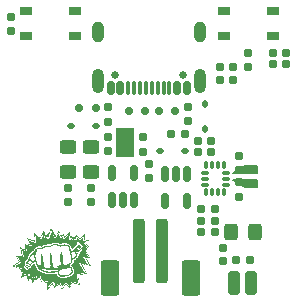
<source format=gbr>
%TF.GenerationSoftware,KiCad,Pcbnew,9.0.3*%
%TF.CreationDate,2025-11-04T08:52:20-05:00*%
%TF.ProjectId,JabChip,4a616243-6869-4702-9e6b-696361645f70,rev?*%
%TF.SameCoordinates,Original*%
%TF.FileFunction,Soldermask,Top*%
%TF.FilePolarity,Negative*%
%FSLAX46Y46*%
G04 Gerber Fmt 4.6, Leading zero omitted, Abs format (unit mm)*
G04 Created by KiCad (PCBNEW 9.0.3) date 2025-11-04 08:52:20*
%MOMM*%
%LPD*%
G01*
G04 APERTURE LIST*
G04 Aperture macros list*
%AMRoundRect*
0 Rectangle with rounded corners*
0 $1 Rounding radius*
0 $2 $3 $4 $5 $6 $7 $8 $9 X,Y pos of 4 corners*
0 Add a 4 corners polygon primitive as box body*
4,1,4,$2,$3,$4,$5,$6,$7,$8,$9,$2,$3,0*
0 Add four circle primitives for the rounded corners*
1,1,$1+$1,$2,$3*
1,1,$1+$1,$4,$5*
1,1,$1+$1,$6,$7*
1,1,$1+$1,$8,$9*
0 Add four rect primitives between the rounded corners*
20,1,$1+$1,$2,$3,$4,$5,0*
20,1,$1+$1,$4,$5,$6,$7,0*
20,1,$1+$1,$6,$7,$8,$9,0*
20,1,$1+$1,$8,$9,$2,$3,0*%
%AMFreePoly0*
4,1,6,1.000000,0.000000,0.500000,-0.750000,-0.500000,-0.750000,-0.500000,0.750000,0.500000,0.750000,1.000000,0.000000,1.000000,0.000000,$1*%
%AMFreePoly1*
4,1,6,0.500000,-0.750000,-0.650000,-0.750000,-0.150000,0.000000,-0.650000,0.750000,0.500000,0.750000,0.500000,-0.750000,0.500000,-0.750000,$1*%
G04 Aperture macros list end*
%ADD10C,0.200000*%
%ADD11C,0.000000*%
%ADD12RoundRect,0.160000X0.197500X0.160000X-0.197500X0.160000X-0.197500X-0.160000X0.197500X-0.160000X0*%
%ADD13RoundRect,0.155000X-0.155000X0.212500X-0.155000X-0.212500X0.155000X-0.212500X0.155000X0.212500X0*%
%ADD14RoundRect,0.112500X0.112500X-0.187500X0.112500X0.187500X-0.112500X0.187500X-0.112500X-0.187500X0*%
%ADD15RoundRect,0.160000X0.160000X-0.197500X0.160000X0.197500X-0.160000X0.197500X-0.160000X-0.197500X0*%
%ADD16RoundRect,0.250000X0.450000X-0.325000X0.450000X0.325000X-0.450000X0.325000X-0.450000X-0.325000X0*%
%ADD17RoundRect,0.155000X-0.212500X-0.155000X0.212500X-0.155000X0.212500X0.155000X-0.212500X0.155000X0*%
%ADD18RoundRect,0.160000X-0.160000X0.197500X-0.160000X-0.197500X0.160000X-0.197500X0.160000X0.197500X0*%
%ADD19RoundRect,0.150000X0.150000X0.200000X-0.150000X0.200000X-0.150000X-0.200000X0.150000X-0.200000X0*%
%ADD20RoundRect,0.112500X0.187500X0.112500X-0.187500X0.112500X-0.187500X-0.112500X0.187500X-0.112500X0*%
%ADD21R,1.050000X0.650000*%
%ADD22RoundRect,0.250000X0.250000X2.500000X-0.250000X2.500000X-0.250000X-2.500000X0.250000X-2.500000X0*%
%ADD23RoundRect,0.250000X0.550000X1.250000X-0.550000X1.250000X-0.550000X-1.250000X0.550000X-1.250000X0*%
%ADD24RoundRect,0.087500X-0.087500X0.225000X-0.087500X-0.225000X0.087500X-0.225000X0.087500X0.225000X0*%
%ADD25RoundRect,0.087500X-0.225000X0.087500X-0.225000X-0.087500X0.225000X-0.087500X0.225000X0.087500X0*%
%ADD26RoundRect,0.250000X-0.250000X-0.750000X0.250000X-0.750000X0.250000X0.750000X-0.250000X0.750000X0*%
%ADD27RoundRect,0.250000X-0.450000X0.325000X-0.450000X-0.325000X0.450000X-0.325000X0.450000X0.325000X0*%
%ADD28RoundRect,0.160000X-0.197500X-0.160000X0.197500X-0.160000X0.197500X0.160000X-0.197500X0.160000X0*%
%ADD29RoundRect,0.155000X0.155000X-0.212500X0.155000X0.212500X-0.155000X0.212500X-0.155000X-0.212500X0*%
%ADD30RoundRect,0.155000X0.212500X0.155000X-0.212500X0.155000X-0.212500X-0.155000X0.212500X-0.155000X0*%
%ADD31RoundRect,0.150000X-0.150000X-0.200000X0.150000X-0.200000X0.150000X0.200000X-0.150000X0.200000X0*%
%ADD32FreePoly0,270.000000*%
%ADD33FreePoly1,270.000000*%
%ADD34RoundRect,0.250000X0.325000X0.450000X-0.325000X0.450000X-0.325000X-0.450000X0.325000X-0.450000X0*%
%ADD35RoundRect,0.112500X-0.187500X-0.112500X0.187500X-0.112500X0.187500X0.112500X-0.187500X0.112500X0*%
%ADD36RoundRect,0.150000X-0.150000X0.512500X-0.150000X-0.512500X0.150000X-0.512500X0.150000X0.512500X0*%
%ADD37C,0.650000*%
%ADD38RoundRect,0.150000X0.150000X0.425000X-0.150000X0.425000X-0.150000X-0.425000X0.150000X-0.425000X0*%
%ADD39RoundRect,0.075000X0.075000X0.500000X-0.075000X0.500000X-0.075000X-0.500000X0.075000X-0.500000X0*%
%ADD40O,1.000000X2.100000*%
%ADD41O,1.000000X1.800000*%
%ADD42RoundRect,0.150000X0.150000X-0.512500X0.150000X0.512500X-0.150000X0.512500X-0.150000X-0.512500X0*%
G04 APERTURE END LIST*
D10*
X147626700Y-75700000D02*
X145592800Y-75700000D01*
X146559900Y-75141200D01*
X147626700Y-75141200D01*
X147626700Y-75700000D01*
G36*
X147626700Y-75700000D02*
G01*
X145592800Y-75700000D01*
X146559900Y-75141200D01*
X147626700Y-75141200D01*
X147626700Y-75700000D01*
G37*
D11*
G36*
X131384366Y-83448228D02*
G01*
X131383987Y-83448313D01*
X131383987Y-83448208D01*
X131384366Y-83448228D01*
G37*
G36*
X130527902Y-81300003D02*
G01*
X130829633Y-80789040D01*
X130949542Y-81268253D01*
X131184174Y-81023990D01*
X131192429Y-81350274D01*
X131644761Y-80923025D01*
X131703498Y-81438327D01*
X131893363Y-81209092D01*
X131985544Y-81601522D01*
X132170752Y-81276085D01*
X132337229Y-81516961D01*
X132346542Y-81174379D01*
X132611548Y-81376203D01*
X132899838Y-81102624D01*
X132899838Y-81470183D01*
X133158283Y-81489868D01*
X132976778Y-81762177D01*
X133230885Y-81922726D01*
X133001967Y-82295365D01*
X133278404Y-82797544D01*
X132899837Y-82797544D01*
X133300734Y-83465458D01*
X132555457Y-83306391D01*
X132993502Y-84173272D01*
X132346543Y-84265453D01*
X132471425Y-85024913D01*
X131904264Y-84885319D01*
X131728581Y-85245576D01*
X131443783Y-84918762D01*
X131125543Y-85388768D01*
X130966264Y-84977394D01*
X130472022Y-85287485D01*
X130388308Y-84768055D01*
X129935976Y-85388768D01*
X129933185Y-85127862D01*
X129932181Y-84930585D01*
X129933648Y-84803298D01*
X129930686Y-84807484D01*
X129926691Y-84811815D01*
X129921737Y-84816273D01*
X129915897Y-84820839D01*
X129901859Y-84830224D01*
X129885166Y-84839824D01*
X129866411Y-84849493D01*
X129846185Y-84859086D01*
X129825079Y-84868457D01*
X129803685Y-84877460D01*
X129762394Y-84893781D01*
X129727045Y-84906882D01*
X129693089Y-84918762D01*
X129651179Y-84667514D01*
X129374742Y-84776416D01*
X129249012Y-84374356D01*
X128964215Y-84592160D01*
X128964215Y-84181633D01*
X128637930Y-84755990D01*
X128576547Y-84197296D01*
X128420972Y-84276459D01*
X128329744Y-84125647D01*
X128238515Y-84537232D01*
X128111410Y-84189993D01*
X127799836Y-84352024D01*
X127897415Y-84069026D01*
X127632302Y-83980655D01*
X127675059Y-83795553D01*
X127296259Y-83642729D01*
X127858361Y-83642729D01*
X128226661Y-84052622D01*
X128296723Y-83802432D01*
X128298334Y-83797253D01*
X128302306Y-83785366D01*
X128305221Y-83777131D01*
X128308778Y-83767487D01*
X128312995Y-83756523D01*
X128317890Y-83744330D01*
X128319920Y-83744315D01*
X128321969Y-83744272D01*
X128324046Y-83744201D01*
X128326158Y-83744105D01*
X128330525Y-83743838D01*
X128335141Y-83743483D01*
X128346061Y-83742273D01*
X128356863Y-83740477D01*
X128367524Y-83738107D01*
X128378026Y-83735175D01*
X128388349Y-83731692D01*
X128398471Y-83727670D01*
X128408373Y-83723121D01*
X128418035Y-83718056D01*
X128427436Y-83712488D01*
X128436557Y-83706429D01*
X128445377Y-83699889D01*
X128453876Y-83692881D01*
X128462034Y-83685417D01*
X128469831Y-83677508D01*
X128477246Y-83669167D01*
X128484260Y-83660404D01*
X128487056Y-83656605D01*
X128489770Y-83652751D01*
X128492401Y-83648843D01*
X128494947Y-83644883D01*
X128497409Y-83640871D01*
X128499784Y-83636811D01*
X128502074Y-83632702D01*
X128504275Y-83628548D01*
X128506389Y-83624349D01*
X128508414Y-83620106D01*
X128510350Y-83615823D01*
X128512195Y-83611499D01*
X128513949Y-83607136D01*
X128515611Y-83602737D01*
X128517180Y-83598303D01*
X128518656Y-83593835D01*
X128522460Y-83591310D01*
X128526215Y-83588696D01*
X128529917Y-83585996D01*
X128533566Y-83583210D01*
X128537162Y-83580338D01*
X128540703Y-83577383D01*
X128544187Y-83574345D01*
X128547614Y-83571226D01*
X128550983Y-83568025D01*
X128554293Y-83564746D01*
X128557542Y-83561387D01*
X128560729Y-83557952D01*
X128563854Y-83554440D01*
X128566915Y-83550853D01*
X128569912Y-83547192D01*
X128572842Y-83543458D01*
X128575600Y-83539679D01*
X128578278Y-83535845D01*
X128580875Y-83531957D01*
X128583389Y-83528017D01*
X128585821Y-83524028D01*
X128588168Y-83519989D01*
X128590430Y-83515904D01*
X128592607Y-83511774D01*
X128594696Y-83507600D01*
X128596698Y-83503385D01*
X128598611Y-83499129D01*
X128600435Y-83494835D01*
X128602168Y-83490505D01*
X128603810Y-83486140D01*
X128605359Y-83481742D01*
X128606815Y-83477312D01*
X128610442Y-83474912D01*
X128614021Y-83472436D01*
X128617551Y-83469884D01*
X128621029Y-83467258D01*
X128624456Y-83464557D01*
X128627829Y-83461782D01*
X128631148Y-83458934D01*
X128634411Y-83456013D01*
X128637617Y-83453020D01*
X128640764Y-83449956D01*
X128643852Y-83446822D01*
X128646879Y-83443617D01*
X128649844Y-83440343D01*
X128652746Y-83437000D01*
X128655584Y-83433589D01*
X128658356Y-83430110D01*
X128662086Y-83430388D01*
X128665817Y-83430587D01*
X128669547Y-83430706D01*
X128673278Y-83430745D01*
X128681002Y-83430561D01*
X128688653Y-83430011D01*
X128696222Y-83429100D01*
X128703704Y-83427832D01*
X128711090Y-83426209D01*
X128718375Y-83424238D01*
X128725551Y-83421921D01*
X128732611Y-83419262D01*
X128739548Y-83416267D01*
X128746356Y-83412938D01*
X128753027Y-83409279D01*
X128759554Y-83405296D01*
X128765930Y-83400991D01*
X128772149Y-83396369D01*
X128778203Y-83391434D01*
X128784086Y-83386190D01*
X128798424Y-83427751D01*
X128812436Y-83466504D01*
X128826189Y-83502618D01*
X128832991Y-83519738D01*
X128839754Y-83536261D01*
X128950985Y-83861699D01*
X128971622Y-83880114D01*
X129011180Y-83913861D01*
X129051797Y-83945404D01*
X129093126Y-83974792D01*
X129134822Y-84002073D01*
X129176540Y-84027295D01*
X129217935Y-84050507D01*
X129258659Y-84071756D01*
X129298369Y-84091092D01*
X129336719Y-84108563D01*
X129373362Y-84124216D01*
X129407954Y-84138101D01*
X129440148Y-84150266D01*
X129495963Y-84169629D01*
X129538042Y-84182691D01*
X129561286Y-84193481D01*
X129585292Y-84203584D01*
X129610055Y-84213001D01*
X129635569Y-84221728D01*
X129661828Y-84229766D01*
X129688826Y-84237112D01*
X129716556Y-84243764D01*
X129745013Y-84249723D01*
X129774190Y-84254986D01*
X129804082Y-84259551D01*
X129834682Y-84263418D01*
X129865985Y-84266585D01*
X129897984Y-84269051D01*
X129930674Y-84270814D01*
X129964048Y-84271872D01*
X129998100Y-84272226D01*
X130024875Y-84272013D01*
X130051216Y-84271400D01*
X130102299Y-84269128D01*
X130150753Y-84265724D01*
X130195981Y-84261497D01*
X130237390Y-84256759D01*
X130274384Y-84251822D01*
X130306367Y-84246996D01*
X130332745Y-84242593D01*
X130344635Y-84244046D01*
X130356569Y-84245309D01*
X130368540Y-84246382D01*
X130380542Y-84247262D01*
X130392568Y-84247949D01*
X130404614Y-84248441D01*
X130416672Y-84248738D01*
X130428736Y-84248837D01*
X130452482Y-84248460D01*
X130476251Y-84247332D01*
X130500035Y-84245455D01*
X130523827Y-84242831D01*
X130547618Y-84239463D01*
X130571402Y-84235353D01*
X130595171Y-84230504D01*
X130618918Y-84224918D01*
X130625536Y-84250889D01*
X130632924Y-84275976D01*
X130641081Y-84300174D01*
X130650003Y-84323479D01*
X130659688Y-84345887D01*
X130670134Y-84367395D01*
X130681336Y-84387998D01*
X130693292Y-84407692D01*
X130706001Y-84426474D01*
X130719458Y-84444338D01*
X130733661Y-84461282D01*
X130748607Y-84477301D01*
X130764294Y-84492391D01*
X130780718Y-84506548D01*
X130797877Y-84519768D01*
X130815768Y-84532047D01*
X130831075Y-84541441D01*
X130846279Y-84549859D01*
X130861322Y-84557359D01*
X130876144Y-84563998D01*
X130890688Y-84569835D01*
X130904896Y-84574928D01*
X130918708Y-84579334D01*
X130932066Y-84583111D01*
X130944912Y-84586318D01*
X130957187Y-84589013D01*
X130968833Y-84591252D01*
X130979791Y-84593096D01*
X130999412Y-84595825D01*
X131015581Y-84597663D01*
X131023775Y-84598482D01*
X131032491Y-84599191D01*
X131041749Y-84599791D01*
X131051565Y-84600283D01*
X131061956Y-84600665D01*
X131072940Y-84600937D01*
X131096756Y-84601156D01*
X131134919Y-84600569D01*
X131195849Y-84597809D01*
X131275521Y-84591378D01*
X131369912Y-84579777D01*
X131421369Y-84571571D01*
X131474998Y-84561510D01*
X131530295Y-84549407D01*
X131586758Y-84535076D01*
X131643882Y-84518329D01*
X131701166Y-84498979D01*
X131758106Y-84476838D01*
X131814200Y-84451719D01*
X131830989Y-84443362D01*
X131847116Y-84434751D01*
X131862593Y-84425901D01*
X131877434Y-84416827D01*
X131891652Y-84407545D01*
X131905261Y-84398070D01*
X131918273Y-84388416D01*
X131930701Y-84378600D01*
X131942559Y-84368636D01*
X131953861Y-84358539D01*
X131974847Y-84338009D01*
X131993764Y-84317130D01*
X132010719Y-84296025D01*
X132025817Y-84274814D01*
X132039165Y-84253620D01*
X132050868Y-84232562D01*
X132061031Y-84211764D01*
X132069762Y-84191345D01*
X132077165Y-84171428D01*
X132083347Y-84152134D01*
X132088414Y-84133584D01*
X132092328Y-84116649D01*
X132095590Y-84099725D01*
X132098220Y-84082825D01*
X132100235Y-84065963D01*
X132102500Y-84032406D01*
X132102538Y-83999158D01*
X132100500Y-83966324D01*
X132096538Y-83934011D01*
X132090805Y-83902324D01*
X132083453Y-83871369D01*
X132074634Y-83841251D01*
X132064499Y-83812075D01*
X132053202Y-83783948D01*
X132040893Y-83756975D01*
X132027726Y-83731261D01*
X132013852Y-83706912D01*
X131999423Y-83684034D01*
X131984592Y-83662732D01*
X131978846Y-83655102D01*
X131972924Y-83647654D01*
X131966827Y-83640390D01*
X131960561Y-83633312D01*
X131954128Y-83626423D01*
X131947534Y-83619726D01*
X131940780Y-83613224D01*
X131933871Y-83606918D01*
X131926811Y-83600812D01*
X131919603Y-83594909D01*
X131912252Y-83589210D01*
X131904760Y-83583719D01*
X131897132Y-83578438D01*
X131889372Y-83573370D01*
X131881482Y-83568518D01*
X131873467Y-83563883D01*
X131868069Y-83547479D01*
X131870128Y-83540386D01*
X131871939Y-83533237D01*
X131873501Y-83526035D01*
X131874816Y-83518785D01*
X131875882Y-83511491D01*
X131876701Y-83504156D01*
X131877272Y-83496783D01*
X131877594Y-83489377D01*
X131889502Y-83481825D01*
X131901097Y-83474173D01*
X131912376Y-83466422D01*
X131923339Y-83458573D01*
X131933983Y-83450627D01*
X131944308Y-83442585D01*
X131954312Y-83434450D01*
X131963994Y-83426221D01*
X131973352Y-83417900D01*
X131982384Y-83409489D01*
X131991091Y-83400989D01*
X131999469Y-83392401D01*
X132007519Y-83383725D01*
X132015237Y-83374965D01*
X132022624Y-83366119D01*
X132029677Y-83357191D01*
X132077619Y-83295067D01*
X132073386Y-83217280D01*
X132073120Y-83212336D01*
X132072805Y-83207520D01*
X132072076Y-83198335D01*
X132071287Y-83189865D01*
X132070528Y-83182249D01*
X132068200Y-83159283D01*
X132113327Y-83120883D01*
X132155711Y-83083777D01*
X132195277Y-83048190D01*
X132231951Y-83014344D01*
X132265658Y-82982462D01*
X132296324Y-82952769D01*
X132323874Y-82925486D01*
X132348235Y-82900838D01*
X132350881Y-82898298D01*
X132380197Y-82887397D01*
X132399141Y-82845698D01*
X132402632Y-82841053D01*
X132406112Y-82836319D01*
X132409574Y-82831485D01*
X132413005Y-82826543D01*
X132419778Y-82816700D01*
X132431059Y-82800248D01*
X132443647Y-82780987D01*
X132456736Y-82759173D01*
X132463216Y-82747389D01*
X132469520Y-82735063D01*
X132475545Y-82722228D01*
X132481192Y-82708915D01*
X132486360Y-82695156D01*
X132490948Y-82680984D01*
X132494854Y-82666431D01*
X132497979Y-82651528D01*
X132500222Y-82636308D01*
X132501482Y-82620803D01*
X132501481Y-82620803D01*
X132506620Y-82616556D01*
X132511636Y-82612151D01*
X132516525Y-82607587D01*
X132521285Y-82602864D01*
X132525910Y-82597982D01*
X132530398Y-82592942D01*
X132534744Y-82587743D01*
X132538946Y-82582385D01*
X132541741Y-82578587D01*
X132544451Y-82574737D01*
X132547077Y-82570835D01*
X132549616Y-82566882D01*
X132552070Y-82562880D01*
X132554436Y-82558831D01*
X132556716Y-82554735D01*
X132558908Y-82550595D01*
X132561012Y-82546411D01*
X132563027Y-82542186D01*
X132564954Y-82537919D01*
X132566791Y-82533614D01*
X132568538Y-82529271D01*
X132570195Y-82524891D01*
X132571761Y-82520476D01*
X132573235Y-82516027D01*
X132577039Y-82513485D01*
X132580789Y-82510859D01*
X132584486Y-82508150D01*
X132588127Y-82505360D01*
X132591711Y-82502488D01*
X132595238Y-82499535D01*
X132598706Y-82496503D01*
X132602115Y-82493392D01*
X132605463Y-82490203D01*
X132608749Y-82486937D01*
X132611972Y-82483594D01*
X132615131Y-82480175D01*
X132618225Y-82476681D01*
X132621252Y-82473113D01*
X132624213Y-82469471D01*
X132627105Y-82465757D01*
X132629901Y-82461958D01*
X132632615Y-82458104D01*
X132635245Y-82454197D01*
X132637791Y-82450237D01*
X132640250Y-82446227D01*
X132642624Y-82442169D01*
X132644910Y-82438064D01*
X132647107Y-82433914D01*
X132649215Y-82429720D01*
X132651233Y-82425485D01*
X132653160Y-82421210D01*
X132654995Y-82416896D01*
X132656737Y-82412546D01*
X132658385Y-82408161D01*
X132659938Y-82403743D01*
X132661395Y-82399293D01*
X132665218Y-82396750D01*
X132668988Y-82394120D01*
X132672703Y-82391407D01*
X132676362Y-82388609D01*
X132679963Y-82385729D01*
X132683505Y-82382768D01*
X132686986Y-82379726D01*
X132690406Y-82376605D01*
X132693763Y-82373406D01*
X132697054Y-82370130D01*
X132700280Y-82366778D01*
X132703438Y-82363351D01*
X132706528Y-82359851D01*
X132709547Y-82356277D01*
X132712495Y-82352632D01*
X132715369Y-82348917D01*
X132724822Y-82335357D01*
X132733141Y-82321275D01*
X132740332Y-82306736D01*
X132746400Y-82291810D01*
X132751350Y-82276562D01*
X132755187Y-82261060D01*
X132757916Y-82245371D01*
X132759542Y-82229563D01*
X132760070Y-82213703D01*
X132759506Y-82197858D01*
X132757855Y-82182096D01*
X132755122Y-82166483D01*
X132751311Y-82151088D01*
X132746428Y-82135976D01*
X132740478Y-82121217D01*
X132733467Y-82106876D01*
X132746680Y-82083245D01*
X132759476Y-82059357D01*
X132771835Y-82035230D01*
X132783738Y-82010885D01*
X132825542Y-81924631D01*
X132457243Y-81514844D01*
X132386969Y-81765352D01*
X132385319Y-81770701D01*
X132381387Y-81782510D01*
X132378521Y-81790635D01*
X132375033Y-81800133D01*
X132370905Y-81810923D01*
X132366120Y-81822925D01*
X132363898Y-81822940D01*
X132361675Y-81822983D01*
X132359453Y-81823054D01*
X132357230Y-81823150D01*
X132352785Y-81823416D01*
X132348340Y-81823772D01*
X132337439Y-81825036D01*
X132326658Y-81826877D01*
X132316017Y-81829283D01*
X132305536Y-81832244D01*
X132295235Y-81835746D01*
X132285135Y-81839780D01*
X132275256Y-81844334D01*
X132265618Y-81849397D01*
X132256242Y-81854957D01*
X132247149Y-81861003D01*
X132238357Y-81867523D01*
X132229888Y-81874507D01*
X132221762Y-81881944D01*
X132213999Y-81889820D01*
X132206620Y-81898127D01*
X132199644Y-81906851D01*
X132196849Y-81910650D01*
X132194138Y-81914504D01*
X132191513Y-81918411D01*
X132188973Y-81922371D01*
X132186520Y-81926380D01*
X132184153Y-81930438D01*
X132181874Y-81934544D01*
X132179682Y-81938694D01*
X132177578Y-81942887D01*
X132175562Y-81947123D01*
X132173636Y-81951398D01*
X132171799Y-81955711D01*
X132170052Y-81960061D01*
X132168395Y-81964447D01*
X132166829Y-81968865D01*
X132165355Y-81973314D01*
X132161531Y-81975857D01*
X132157761Y-81978483D01*
X132154046Y-81981193D01*
X132150386Y-81983985D01*
X132146783Y-81986861D01*
X132143239Y-81989818D01*
X132139754Y-81992856D01*
X132136330Y-81995976D01*
X132132968Y-81999176D01*
X132129669Y-82002457D01*
X132126435Y-82005817D01*
X132123266Y-82009256D01*
X132120165Y-82012775D01*
X132117131Y-82016371D01*
X132114167Y-82020045D01*
X132111274Y-82023797D01*
X132108479Y-82027576D01*
X132105768Y-82031410D01*
X132103143Y-82035298D01*
X132100603Y-82039239D01*
X132098150Y-82043230D01*
X132095783Y-82047271D01*
X132093503Y-82051359D01*
X132091311Y-82055494D01*
X132089207Y-82059673D01*
X132087192Y-82063896D01*
X132085265Y-82068160D01*
X132083428Y-82072464D01*
X132081681Y-82076806D01*
X132080024Y-82081185D01*
X132078458Y-82085600D01*
X132076984Y-82090049D01*
X132073179Y-82092592D01*
X132069425Y-82095222D01*
X132065723Y-82097937D01*
X132062075Y-82100736D01*
X132058481Y-82103619D01*
X132054943Y-82106585D01*
X132051462Y-82109633D01*
X132048039Y-82112763D01*
X132044675Y-82115973D01*
X132041373Y-82119263D01*
X132038132Y-82122632D01*
X132034955Y-82126080D01*
X132031842Y-82129605D01*
X132028795Y-82133206D01*
X132025815Y-82136884D01*
X132022903Y-82140637D01*
X132021871Y-82142004D01*
X132020839Y-82143402D01*
X132018776Y-82146246D01*
X132011741Y-82147699D01*
X132004808Y-82149352D01*
X131997977Y-82151193D01*
X131991251Y-82153211D01*
X131984630Y-82155396D01*
X131978118Y-82157735D01*
X131971714Y-82160219D01*
X131965422Y-82162835D01*
X131959243Y-82165573D01*
X131953179Y-82168421D01*
X131947230Y-82171369D01*
X131941400Y-82174404D01*
X131930100Y-82180695D01*
X131919293Y-82187203D01*
X131904651Y-82110926D01*
X131892331Y-82048311D01*
X131876641Y-81970774D01*
X131867646Y-81927594D01*
X131844362Y-81893304D01*
X131828656Y-81872215D01*
X131816237Y-81857512D01*
X131800626Y-81840715D01*
X131781712Y-81822335D01*
X131759381Y-81802880D01*
X131733524Y-81782860D01*
X131704027Y-81762785D01*
X131670780Y-81743164D01*
X131633671Y-81724506D01*
X131592588Y-81707321D01*
X131547420Y-81692118D01*
X131498055Y-81679407D01*
X131471764Y-81674145D01*
X131444381Y-81669697D01*
X131415894Y-81666127D01*
X131386288Y-81663497D01*
X131355548Y-81661873D01*
X131323662Y-81661318D01*
X131281807Y-81662289D01*
X131239129Y-81665199D01*
X131195661Y-81670041D01*
X131151432Y-81676809D01*
X131106473Y-81685497D01*
X131060817Y-81696099D01*
X131014493Y-81708608D01*
X130967533Y-81723019D01*
X130922511Y-81705317D01*
X130871873Y-81687095D01*
X130816532Y-81669239D01*
X130757401Y-81652639D01*
X130726699Y-81645087D01*
X130695392Y-81638182D01*
X130663594Y-81632035D01*
X130631419Y-81626756D01*
X130598982Y-81622458D01*
X130566395Y-81619250D01*
X130533773Y-81617244D01*
X130501231Y-81616550D01*
X130483983Y-81616753D01*
X130466966Y-81617363D01*
X130450184Y-81618377D01*
X130433640Y-81619795D01*
X130417339Y-81621616D01*
X130401282Y-81623839D01*
X130385474Y-81626464D01*
X130369919Y-81629488D01*
X130354619Y-81632912D01*
X130339577Y-81636735D01*
X130324798Y-81640955D01*
X130310285Y-81645572D01*
X130296041Y-81650584D01*
X130282069Y-81655991D01*
X130268374Y-81661792D01*
X130254957Y-81667985D01*
X130180952Y-81703390D01*
X130122891Y-81730718D01*
X130079058Y-81750942D01*
X130047736Y-81765034D01*
X130015337Y-81764505D01*
X129996881Y-81764350D01*
X129977145Y-81764293D01*
X129921047Y-81764783D01*
X129868218Y-81766268D01*
X129818558Y-81768777D01*
X129771965Y-81772335D01*
X129728342Y-81776969D01*
X129687587Y-81782705D01*
X129649600Y-81789571D01*
X129614282Y-81797591D01*
X129581532Y-81806794D01*
X129551251Y-81817205D01*
X129537005Y-81822872D01*
X129523339Y-81828851D01*
X129510240Y-81835145D01*
X129497695Y-81841758D01*
X129485692Y-81848694D01*
X129474220Y-81855954D01*
X129463264Y-81863543D01*
X129452813Y-81871464D01*
X129442854Y-81879720D01*
X129433375Y-81888315D01*
X129424362Y-81897252D01*
X129415805Y-81906533D01*
X129406653Y-81912650D01*
X129393315Y-81921019D01*
X129385218Y-81925909D01*
X129376246Y-81931194D01*
X129366455Y-81936819D01*
X129355903Y-81942728D01*
X129300438Y-81938609D01*
X129242542Y-81935016D01*
X129185897Y-81932474D01*
X129159193Y-81931762D01*
X129134182Y-81931510D01*
X129121043Y-81931586D01*
X129108721Y-81931816D01*
X129097141Y-81932208D01*
X129086227Y-81932767D01*
X129075903Y-81933500D01*
X129066093Y-81934412D01*
X129056723Y-81935511D01*
X129047716Y-81936802D01*
X129034812Y-81939163D01*
X129021542Y-81942277D01*
X129007908Y-81946141D01*
X128993915Y-81950755D01*
X128979565Y-81956117D01*
X128964862Y-81962225D01*
X128949809Y-81969078D01*
X128934409Y-81976675D01*
X128918665Y-81985012D01*
X128902581Y-81994090D01*
X128886160Y-82003907D01*
X128869405Y-82014460D01*
X128852320Y-82025749D01*
X128834908Y-82037772D01*
X128817171Y-82050527D01*
X128799114Y-82064013D01*
X128732121Y-82114814D01*
X128709579Y-82251338D01*
X128681760Y-82268150D01*
X128654265Y-82285960D01*
X128627100Y-82304762D01*
X128600268Y-82324554D01*
X128573774Y-82345329D01*
X128547622Y-82367084D01*
X128521818Y-82389814D01*
X128496364Y-82413515D01*
X128471267Y-82438182D01*
X128446530Y-82463810D01*
X128422158Y-82490396D01*
X128398156Y-82517934D01*
X128374528Y-82546421D01*
X128351277Y-82575851D01*
X128328410Y-82606220D01*
X128305931Y-82637524D01*
X128292791Y-82656452D01*
X128279813Y-82675677D01*
X128267008Y-82695180D01*
X128254390Y-82714941D01*
X128241970Y-82734941D01*
X128229760Y-82755158D01*
X128217774Y-82775574D01*
X128206024Y-82796169D01*
X128203343Y-82800750D01*
X128200817Y-82805404D01*
X128198447Y-82810124D01*
X128196236Y-82814906D01*
X128194184Y-82819744D01*
X128192293Y-82824634D01*
X128190564Y-82829570D01*
X128188998Y-82834546D01*
X128187597Y-82839559D01*
X128186363Y-82844603D01*
X128185297Y-82849672D01*
X128184399Y-82854762D01*
X128183672Y-82859868D01*
X128183117Y-82864984D01*
X128182736Y-82870105D01*
X128182529Y-82875226D01*
X128182370Y-82883868D01*
X128182372Y-82892492D01*
X128182534Y-82901098D01*
X128182860Y-82909688D01*
X128183348Y-82918263D01*
X128184002Y-82926825D01*
X128184822Y-82935374D01*
X128185810Y-82943912D01*
X128180200Y-82948372D01*
X128174725Y-82953020D01*
X128172041Y-82955415D01*
X128169392Y-82957857D01*
X128166780Y-82960346D01*
X128164206Y-82962882D01*
X128161671Y-82965466D01*
X128159175Y-82968096D01*
X128156718Y-82970774D01*
X128154303Y-82973499D01*
X128151929Y-82976271D01*
X128149597Y-82979090D01*
X128147309Y-82981956D01*
X128145064Y-82984869D01*
X128142268Y-82988649D01*
X128139558Y-82992487D01*
X128136932Y-82996380D01*
X128134393Y-83000328D01*
X128131939Y-83004327D01*
X128129573Y-83008377D01*
X128127293Y-83012475D01*
X128125101Y-83016619D01*
X128122997Y-83020809D01*
X128120982Y-83025041D01*
X128119055Y-83029313D01*
X128117218Y-83033625D01*
X128115471Y-83037975D01*
X128113814Y-83042359D01*
X128112248Y-83046777D01*
X128110774Y-83051227D01*
X128106951Y-83053769D01*
X128103181Y-83056395D01*
X128099466Y-83059104D01*
X128095807Y-83061896D01*
X128092206Y-83064770D01*
X128088664Y-83067724D01*
X128085182Y-83070760D01*
X128081762Y-83073875D01*
X128078406Y-83077070D01*
X128075114Y-83080343D01*
X128071888Y-83083695D01*
X128068730Y-83087124D01*
X128065640Y-83090630D01*
X128062621Y-83094212D01*
X128059674Y-83097870D01*
X128056799Y-83101603D01*
X128054002Y-83105402D01*
X128051289Y-83109256D01*
X128048658Y-83113163D01*
X128046113Y-83117123D01*
X128043653Y-83121133D01*
X128041280Y-83125191D01*
X128038994Y-83129296D01*
X128036796Y-83133446D01*
X128034688Y-83137640D01*
X128032670Y-83141875D01*
X128030743Y-83146150D01*
X128028909Y-83150464D01*
X128027167Y-83154814D01*
X128025519Y-83159199D01*
X128023966Y-83163617D01*
X128022509Y-83168067D01*
X128018687Y-83170609D01*
X128014920Y-83173235D01*
X128011210Y-83175944D01*
X128007557Y-83178735D01*
X128003962Y-83181606D01*
X128000427Y-83184559D01*
X127996951Y-83187591D01*
X127993537Y-83190702D01*
X127990185Y-83193891D01*
X127986896Y-83197158D01*
X127983670Y-83200501D01*
X127980510Y-83203920D01*
X127977415Y-83207413D01*
X127974387Y-83210982D01*
X127971426Y-83214623D01*
X127968534Y-83218338D01*
X127959064Y-83231916D01*
X127950732Y-83246014D01*
X127943532Y-83260566D01*
X127937459Y-83275504D01*
X127932507Y-83290761D01*
X127928670Y-83306269D01*
X127925944Y-83321961D01*
X127924322Y-83337771D01*
X127923799Y-83353629D01*
X127924369Y-83369471D01*
X127926027Y-83385227D01*
X127928767Y-83400831D01*
X127932584Y-83416215D01*
X127937471Y-83431313D01*
X127943424Y-83446056D01*
X127950436Y-83460378D01*
X127937164Y-83484189D01*
X127924349Y-83508149D01*
X127912009Y-83532247D01*
X127900166Y-83556475D01*
X127858361Y-83642729D01*
X127296259Y-83642729D01*
X127121551Y-83572244D01*
X127579280Y-83298030D01*
X127388251Y-82849720D01*
X127841746Y-82866442D01*
X127690934Y-82164661D01*
X128111410Y-82409348D01*
X128055212Y-81819750D01*
X128562154Y-81877959D01*
X128329638Y-81438327D01*
X128894471Y-81618350D01*
X128846951Y-80990017D01*
X129276952Y-81380965D01*
X129542276Y-80897836D01*
X129634351Y-81470289D01*
X129835434Y-81115324D01*
X129930367Y-81438327D01*
X130204052Y-80671670D01*
X130527902Y-81300003D01*
G37*
G36*
X130535155Y-81723254D02*
G01*
X130569291Y-81725749D01*
X130603451Y-81729700D01*
X130637444Y-81734937D01*
X130671082Y-81741289D01*
X130704175Y-81748587D01*
X130736535Y-81756660D01*
X130767971Y-81765339D01*
X130798295Y-81774453D01*
X130827317Y-81783832D01*
X130880699Y-81802707D01*
X130926602Y-81820601D01*
X130963512Y-81836155D01*
X131011573Y-81820033D01*
X131058823Y-81806040D01*
X131082134Y-81799845D01*
X131105231Y-81794183D01*
X131128111Y-81789058D01*
X131150770Y-81784468D01*
X131173205Y-81780416D01*
X131195412Y-81776902D01*
X131217387Y-81773926D01*
X131239126Y-81771489D01*
X131260627Y-81769592D01*
X131281886Y-81768237D01*
X131302899Y-81767423D01*
X131323662Y-81767151D01*
X131351173Y-81767630D01*
X131377654Y-81769026D01*
X131403119Y-81771282D01*
X131427581Y-81774342D01*
X131451051Y-81778147D01*
X131473543Y-81782640D01*
X131495070Y-81787763D01*
X131515644Y-81793459D01*
X131535278Y-81799671D01*
X131553984Y-81806341D01*
X131571776Y-81813411D01*
X131588666Y-81820824D01*
X131604666Y-81828523D01*
X131619790Y-81836450D01*
X131634050Y-81844547D01*
X131647459Y-81852757D01*
X131660030Y-81861023D01*
X131671775Y-81869287D01*
X131682707Y-81877491D01*
X131692839Y-81885578D01*
X131710752Y-81901172D01*
X131725617Y-81915608D01*
X131737536Y-81928425D01*
X131746609Y-81939165D01*
X131756626Y-81952571D01*
X131768268Y-81969716D01*
X131772501Y-81990036D01*
X131795414Y-82103701D01*
X131819561Y-82229441D01*
X131848807Y-82389769D01*
X131857909Y-82380773D01*
X131868386Y-82370295D01*
X131876704Y-82361822D01*
X131884109Y-82354202D01*
X131890592Y-82347465D01*
X131896141Y-82341641D01*
X131904403Y-82332850D01*
X131908815Y-82328068D01*
X131912201Y-82324575D01*
X131912871Y-82323990D01*
X131913533Y-82323423D01*
X131914186Y-82322873D01*
X131914834Y-82322340D01*
X131915477Y-82321821D01*
X131916115Y-82321316D01*
X131916752Y-82320824D01*
X131917387Y-82320342D01*
X131924795Y-82314310D01*
X131939592Y-82302463D01*
X131956549Y-82289682D01*
X131965741Y-82283266D01*
X131975356Y-82277008D01*
X131978663Y-82275033D01*
X132157975Y-82275033D01*
X132157991Y-82277026D01*
X132158091Y-82279014D01*
X132158274Y-82280993D01*
X132158539Y-82282960D01*
X132158887Y-82284910D01*
X132159316Y-82286839D01*
X132159827Y-82288743D01*
X132160419Y-82290619D01*
X132161093Y-82292462D01*
X132161847Y-82294267D01*
X132162681Y-82296032D01*
X132163596Y-82297752D01*
X132164591Y-82299423D01*
X132165665Y-82301041D01*
X132166818Y-82302601D01*
X132168051Y-82304101D01*
X132169362Y-82305536D01*
X132170752Y-82306901D01*
X132353738Y-82478457D01*
X132354901Y-82479494D01*
X132356088Y-82480460D01*
X132357297Y-82481356D01*
X132358528Y-82482181D01*
X132359780Y-82482934D01*
X132361051Y-82483614D01*
X132362340Y-82484221D01*
X132363646Y-82484754D01*
X132364969Y-82485213D01*
X132366306Y-82485597D01*
X132367658Y-82485905D01*
X132369022Y-82486136D01*
X132370398Y-82486291D01*
X132371785Y-82486369D01*
X132373181Y-82486368D01*
X132374586Y-82486289D01*
X132376050Y-82486108D01*
X132377501Y-82485843D01*
X132378938Y-82485497D01*
X132380358Y-82485068D01*
X132381760Y-82484559D01*
X132383141Y-82483971D01*
X132384499Y-82483303D01*
X132385832Y-82482558D01*
X132387137Y-82481736D01*
X132388414Y-82480838D01*
X132389658Y-82479865D01*
X132390869Y-82478817D01*
X132392044Y-82477697D01*
X132393180Y-82476504D01*
X132394277Y-82475240D01*
X132395330Y-82473906D01*
X132396507Y-82472262D01*
X132397597Y-82470568D01*
X132398599Y-82468827D01*
X132399516Y-82467043D01*
X132400346Y-82465220D01*
X132401090Y-82463363D01*
X132401748Y-82461474D01*
X132402322Y-82459559D01*
X132402810Y-82457621D01*
X132403214Y-82455664D01*
X132403533Y-82453692D01*
X132403769Y-82451709D01*
X132403920Y-82449718D01*
X132403988Y-82447725D01*
X132403974Y-82445732D01*
X132403876Y-82443744D01*
X132403696Y-82441764D01*
X132403434Y-82439798D01*
X132403090Y-82437847D01*
X132402664Y-82435918D01*
X132402157Y-82434013D01*
X132401569Y-82432136D01*
X132400901Y-82430292D01*
X132400152Y-82428484D01*
X132399323Y-82426716D01*
X132398415Y-82424993D01*
X132397427Y-82423318D01*
X132396360Y-82421695D01*
X132395214Y-82420128D01*
X132393990Y-82418621D01*
X132392688Y-82417178D01*
X132391308Y-82415804D01*
X132208322Y-82244354D01*
X132207261Y-82243393D01*
X132206180Y-82242493D01*
X132205082Y-82241656D01*
X132203967Y-82240881D01*
X132202835Y-82240168D01*
X132201688Y-82239517D01*
X132200527Y-82238928D01*
X132199353Y-82238401D01*
X132198166Y-82237936D01*
X132196968Y-82237532D01*
X132195759Y-82237191D01*
X132194541Y-82236912D01*
X132193314Y-82236695D01*
X132192079Y-82236540D01*
X132190838Y-82236447D01*
X132189590Y-82236416D01*
X132189036Y-82236418D01*
X132188762Y-82236422D01*
X132188492Y-82236429D01*
X132188227Y-82236442D01*
X132187968Y-82236461D01*
X132187716Y-82236487D01*
X132187473Y-82236522D01*
X132185993Y-82236685D01*
X132184529Y-82236937D01*
X132183082Y-82237275D01*
X132181656Y-82237698D01*
X132180250Y-82238204D01*
X132178867Y-82238793D01*
X132177509Y-82239463D01*
X132176176Y-82240213D01*
X132174870Y-82241041D01*
X132173593Y-82241945D01*
X132172347Y-82242925D01*
X132171132Y-82243978D01*
X132169951Y-82245104D01*
X132168805Y-82246302D01*
X132167696Y-82247569D01*
X132166624Y-82248904D01*
X132165448Y-82250539D01*
X132164358Y-82252225D01*
X132163355Y-82253959D01*
X132162439Y-82255737D01*
X132161609Y-82257555D01*
X132160865Y-82259408D01*
X132160207Y-82261293D01*
X132159634Y-82263205D01*
X132159147Y-82265141D01*
X132158744Y-82267097D01*
X132158425Y-82269068D01*
X132158191Y-82271050D01*
X132158041Y-82273040D01*
X132157975Y-82275033D01*
X131978663Y-82275033D01*
X131985357Y-82271036D01*
X131995704Y-82265481D01*
X132006359Y-82260473D01*
X132017282Y-82256142D01*
X132028435Y-82252618D01*
X132034086Y-82251199D01*
X132039780Y-82250031D01*
X132045512Y-82249129D01*
X132051277Y-82248511D01*
X132057071Y-82248192D01*
X132062889Y-82248189D01*
X132068725Y-82248517D01*
X132074575Y-82249194D01*
X132080434Y-82250235D01*
X132086297Y-82251656D01*
X132086976Y-82248508D01*
X132087741Y-82245373D01*
X132088593Y-82242256D01*
X132089532Y-82239156D01*
X132090558Y-82236077D01*
X132091670Y-82233021D01*
X132092869Y-82229989D01*
X132094156Y-82226984D01*
X132095529Y-82224007D01*
X132096988Y-82221061D01*
X132098535Y-82218147D01*
X132100168Y-82215268D01*
X132101888Y-82212425D01*
X132103695Y-82209621D01*
X132105589Y-82206858D01*
X132107570Y-82204137D01*
X132110687Y-82200212D01*
X132113960Y-82196458D01*
X132117383Y-82192877D01*
X132120948Y-82189474D01*
X132124648Y-82186253D01*
X132128477Y-82183217D01*
X132132426Y-82180371D01*
X132136489Y-82177718D01*
X132140659Y-82175263D01*
X132144928Y-82173008D01*
X132149289Y-82170959D01*
X132153736Y-82169118D01*
X132158261Y-82167490D01*
X132162857Y-82166078D01*
X132167517Y-82164887D01*
X132172234Y-82163920D01*
X132172138Y-82158914D01*
X132172150Y-82158352D01*
X132246197Y-82158352D01*
X132246209Y-82160345D01*
X132246304Y-82162333D01*
X132246482Y-82164312D01*
X132246742Y-82166279D01*
X132247085Y-82168229D01*
X132247510Y-82170159D01*
X132248016Y-82172064D01*
X132248604Y-82173940D01*
X132249273Y-82175785D01*
X132250023Y-82177593D01*
X132250854Y-82179360D01*
X132251766Y-82181083D01*
X132252758Y-82182759D01*
X132253830Y-82184382D01*
X132254981Y-82185948D01*
X132256212Y-82187455D01*
X132257523Y-82188898D01*
X132258912Y-82190273D01*
X132441898Y-82361723D01*
X132443062Y-82362777D01*
X132444252Y-82363757D01*
X132445466Y-82364661D01*
X132446703Y-82365491D01*
X132447961Y-82366246D01*
X132449238Y-82366926D01*
X132450534Y-82367531D01*
X132451846Y-82368059D01*
X132453173Y-82368513D01*
X132454513Y-82368890D01*
X132455865Y-82369192D01*
X132457227Y-82369417D01*
X132458598Y-82369566D01*
X132459976Y-82369639D01*
X132461359Y-82369635D01*
X132462747Y-82369554D01*
X132464227Y-82369391D01*
X132465691Y-82369140D01*
X132467137Y-82368802D01*
X132468564Y-82368380D01*
X132469969Y-82367875D01*
X132471352Y-82367288D01*
X132472711Y-82366622D01*
X132474044Y-82365877D01*
X132475350Y-82365055D01*
X132476626Y-82364157D01*
X132477873Y-82363186D01*
X132479087Y-82362143D01*
X132480268Y-82361029D01*
X132481414Y-82359845D01*
X132482524Y-82358595D01*
X132483595Y-82357278D01*
X132483596Y-82357278D01*
X132484773Y-82355634D01*
X132485862Y-82353939D01*
X132486865Y-82352198D01*
X132487781Y-82350414D01*
X132488611Y-82348592D01*
X132489355Y-82346734D01*
X132490013Y-82344846D01*
X132490586Y-82342931D01*
X132491074Y-82340992D01*
X132491476Y-82339035D01*
X132491795Y-82337063D01*
X132492029Y-82335080D01*
X132492179Y-82333090D01*
X132492246Y-82331096D01*
X132492229Y-82329103D01*
X132492129Y-82327115D01*
X132491946Y-82325136D01*
X132491681Y-82323169D01*
X132491333Y-82321219D01*
X132490904Y-82319289D01*
X132490393Y-82317384D01*
X132489801Y-82315508D01*
X132489127Y-82313663D01*
X132488373Y-82311855D01*
X132487539Y-82310088D01*
X132486624Y-82308364D01*
X132485630Y-82306689D01*
X132484555Y-82305066D01*
X132483402Y-82303499D01*
X132482169Y-82301993D01*
X132480858Y-82300550D01*
X132479469Y-82299175D01*
X132296483Y-82127619D01*
X132295440Y-82126676D01*
X132294376Y-82125789D01*
X132293291Y-82124961D01*
X132292186Y-82124191D01*
X132291064Y-82123480D01*
X132289923Y-82122829D01*
X132288766Y-82122237D01*
X132287593Y-82121706D01*
X132286405Y-82121235D01*
X132285203Y-82120826D01*
X132283988Y-82120478D01*
X132282761Y-82120193D01*
X132281522Y-82119970D01*
X132280274Y-82119810D01*
X132279016Y-82119714D01*
X132277750Y-82119682D01*
X132277507Y-82119686D01*
X132277256Y-82119698D01*
X132276731Y-82119735D01*
X132276187Y-82119771D01*
X132275911Y-82119783D01*
X132275633Y-82119788D01*
X132274170Y-82119969D01*
X132272719Y-82120233D01*
X132271282Y-82120580D01*
X132269862Y-82121008D01*
X132268460Y-82121517D01*
X132267079Y-82122106D01*
X132265721Y-82122773D01*
X132264389Y-82123518D01*
X132263083Y-82124340D01*
X132261807Y-82125238D01*
X132260562Y-82126212D01*
X132259352Y-82127259D01*
X132258177Y-82128379D01*
X132257040Y-82129572D01*
X132255944Y-82130836D01*
X132254890Y-82132170D01*
X132253713Y-82133814D01*
X132252623Y-82135509D01*
X132251619Y-82137250D01*
X132250701Y-82139034D01*
X132249868Y-82140856D01*
X132249122Y-82142714D01*
X132248460Y-82144602D01*
X132247884Y-82146517D01*
X132247392Y-82148455D01*
X132246985Y-82150413D01*
X132246662Y-82152385D01*
X132246424Y-82154368D01*
X132246269Y-82156358D01*
X132246197Y-82158352D01*
X132172150Y-82158352D01*
X132172245Y-82153900D01*
X132172558Y-82148888D01*
X132173077Y-82143885D01*
X132173804Y-82138899D01*
X132174738Y-82133939D01*
X132175881Y-82129012D01*
X132177235Y-82124127D01*
X132178799Y-82119291D01*
X132180574Y-82114513D01*
X132182563Y-82109801D01*
X132184765Y-82105163D01*
X132187182Y-82100606D01*
X132189814Y-82096140D01*
X132192663Y-82091771D01*
X132195729Y-82087509D01*
X132198864Y-82083565D01*
X132202154Y-82079795D01*
X132205591Y-82076200D01*
X132209168Y-82072786D01*
X132212879Y-82069556D01*
X132216716Y-82066515D01*
X132220672Y-82063665D01*
X132224740Y-82061011D01*
X132228915Y-82058556D01*
X132233187Y-82056305D01*
X132237551Y-82054262D01*
X132242000Y-82052430D01*
X132246526Y-82050813D01*
X132251122Y-82049415D01*
X132255782Y-82048240D01*
X132260499Y-82047292D01*
X132260402Y-82042267D01*
X132260417Y-82041565D01*
X132334505Y-82041565D01*
X132334522Y-82043558D01*
X132334622Y-82045546D01*
X132334804Y-82047525D01*
X132335070Y-82049492D01*
X132335417Y-82051442D01*
X132335846Y-82053371D01*
X132336357Y-82055275D01*
X132336950Y-82057151D01*
X132337623Y-82058993D01*
X132338377Y-82060799D01*
X132339212Y-82062564D01*
X132340126Y-82064284D01*
X132341121Y-82065954D01*
X132342195Y-82067572D01*
X132343349Y-82069133D01*
X132344581Y-82070633D01*
X132345893Y-82072067D01*
X132347282Y-82073433D01*
X132530268Y-82244989D01*
X132531431Y-82246025D01*
X132532617Y-82246992D01*
X132533827Y-82247888D01*
X132535058Y-82248713D01*
X132536309Y-82249465D01*
X132537580Y-82250146D01*
X132538869Y-82250753D01*
X132540176Y-82251286D01*
X132541498Y-82251744D01*
X132542836Y-82252128D01*
X132544187Y-82252436D01*
X132545552Y-82252668D01*
X132546928Y-82252823D01*
X132548315Y-82252901D01*
X132549711Y-82252900D01*
X132551117Y-82252820D01*
X132552580Y-82252657D01*
X132554031Y-82252405D01*
X132555468Y-82252068D01*
X132556888Y-82251645D01*
X132558290Y-82251138D01*
X132559671Y-82250549D01*
X132561029Y-82249879D01*
X132562361Y-82249129D01*
X132563667Y-82248302D01*
X132564943Y-82247397D01*
X132566188Y-82246418D01*
X132567398Y-82245364D01*
X132568573Y-82244238D01*
X132569710Y-82243040D01*
X132570806Y-82241773D01*
X132571860Y-82240438D01*
X132571861Y-82240438D01*
X132573037Y-82238794D01*
X132574127Y-82237100D01*
X132575130Y-82235358D01*
X132576046Y-82233574D01*
X132576876Y-82231752D01*
X132577620Y-82229894D01*
X132578278Y-82228006D01*
X132578851Y-82226091D01*
X132579338Y-82224153D01*
X132579741Y-82222196D01*
X132580059Y-82220223D01*
X132580294Y-82218240D01*
X132580444Y-82216250D01*
X132580510Y-82214256D01*
X132580493Y-82212263D01*
X132580393Y-82210275D01*
X132580211Y-82208296D01*
X132579945Y-82206329D01*
X132579598Y-82204379D01*
X132579169Y-82202450D01*
X132578658Y-82200544D01*
X132578065Y-82198668D01*
X132577392Y-82196823D01*
X132576638Y-82195016D01*
X132575803Y-82193248D01*
X132574889Y-82191525D01*
X132573894Y-82189849D01*
X132572820Y-82188227D01*
X132571666Y-82186660D01*
X132570434Y-82185153D01*
X132569122Y-82183710D01*
X132567733Y-82182335D01*
X132384748Y-82010885D01*
X132383705Y-82009942D01*
X132382641Y-82009055D01*
X132381556Y-82008227D01*
X132380453Y-82007457D01*
X132379332Y-82006746D01*
X132378193Y-82006095D01*
X132377039Y-82005503D01*
X132375871Y-82004972D01*
X132374688Y-82004501D01*
X132373493Y-82004092D01*
X132372287Y-82003744D01*
X132371070Y-82003459D01*
X132369844Y-82003236D01*
X132368610Y-82003076D01*
X132367368Y-82002980D01*
X132366121Y-82002948D01*
X132365565Y-82002950D01*
X132365287Y-82002953D01*
X132365009Y-82002961D01*
X132364731Y-82002974D01*
X132364454Y-82002993D01*
X132364176Y-82003019D01*
X132363898Y-82003054D01*
X132362435Y-82003217D01*
X132360984Y-82003469D01*
X132359547Y-82003806D01*
X132358127Y-82004229D01*
X132356725Y-82004736D01*
X132355344Y-82005325D01*
X132353986Y-82005995D01*
X132352653Y-82006745D01*
X132351347Y-82007572D01*
X132350071Y-82008477D01*
X132348827Y-82009456D01*
X132347616Y-82010510D01*
X132346441Y-82011636D01*
X132345305Y-82012834D01*
X132344208Y-82014101D01*
X132343155Y-82015436D01*
X132341978Y-82017071D01*
X132340888Y-82018757D01*
X132339885Y-82020491D01*
X132338969Y-82022269D01*
X132338139Y-82024086D01*
X132337396Y-82025940D01*
X132336737Y-82027824D01*
X132336164Y-82029737D01*
X132335677Y-82031673D01*
X132335274Y-82033628D01*
X132334956Y-82035599D01*
X132334721Y-82037582D01*
X132334571Y-82039572D01*
X132334505Y-82041565D01*
X132260417Y-82041565D01*
X132260510Y-82037237D01*
X132260824Y-82032210D01*
X132261344Y-82027194D01*
X132262072Y-82022196D01*
X132263009Y-82017225D01*
X132264155Y-82012288D01*
X132265513Y-82007393D01*
X132267083Y-82002547D01*
X132267722Y-82000831D01*
X132482326Y-82000831D01*
X132549741Y-82063908D01*
X132557648Y-82051024D01*
X132565489Y-82037931D01*
X132573258Y-82024626D01*
X132580949Y-82011110D01*
X132588555Y-81997380D01*
X132596071Y-81983436D01*
X132603491Y-81969276D01*
X132610807Y-81954899D01*
X132539370Y-81875313D01*
X132534397Y-81888112D01*
X132528834Y-81901860D01*
X132522669Y-81916497D01*
X132515888Y-81931960D01*
X132508476Y-81948187D01*
X132500421Y-81965116D01*
X132491709Y-81982684D01*
X132482326Y-82000831D01*
X132267722Y-82000831D01*
X132268866Y-81997759D01*
X132270863Y-81993036D01*
X132273075Y-81988386D01*
X132275504Y-81983816D01*
X132278150Y-81979335D01*
X132281015Y-81974950D01*
X132284100Y-81970669D01*
X132287593Y-81966289D01*
X132291280Y-81962123D01*
X132295150Y-81958176D01*
X132299194Y-81954453D01*
X132303402Y-81950959D01*
X132307764Y-81947701D01*
X132312269Y-81944682D01*
X132316908Y-81941908D01*
X132321671Y-81939385D01*
X132326549Y-81937118D01*
X132331530Y-81935112D01*
X132336606Y-81933372D01*
X132341767Y-81931904D01*
X132347001Y-81930713D01*
X132352300Y-81929804D01*
X132357654Y-81929182D01*
X132362170Y-81928890D01*
X132366667Y-81928807D01*
X132371140Y-81928930D01*
X132375584Y-81929258D01*
X132379996Y-81929788D01*
X132384370Y-81930518D01*
X132388703Y-81931445D01*
X132392989Y-81932569D01*
X132397224Y-81933885D01*
X132401404Y-81935393D01*
X132405524Y-81937091D01*
X132409580Y-81938975D01*
X132413567Y-81941044D01*
X132417481Y-81943295D01*
X132421316Y-81945727D01*
X132425070Y-81948338D01*
X132433160Y-81932073D01*
X132440652Y-81916417D01*
X132447557Y-81901428D01*
X132453885Y-81887163D01*
X132459648Y-81873681D01*
X132464857Y-81861039D01*
X132469524Y-81849296D01*
X132473661Y-81838509D01*
X132480385Y-81820038D01*
X132485122Y-81806088D01*
X132488993Y-81793610D01*
X132507196Y-81728734D01*
X132699284Y-81942517D01*
X132688489Y-81964848D01*
X132678594Y-81985049D01*
X132668520Y-82004856D01*
X132658277Y-82024271D01*
X132647875Y-82043297D01*
X132637325Y-82061935D01*
X132626636Y-82080190D01*
X132615818Y-82098062D01*
X132604881Y-82115554D01*
X132618427Y-82128254D01*
X132622346Y-82132126D01*
X132626044Y-82136155D01*
X132629521Y-82140332D01*
X132632777Y-82144648D01*
X132635810Y-82149094D01*
X132638619Y-82153660D01*
X132641205Y-82158339D01*
X132643566Y-82163120D01*
X132645702Y-82167995D01*
X132647612Y-82172954D01*
X132649294Y-82177989D01*
X132650749Y-82183090D01*
X132651976Y-82188249D01*
X132652974Y-82193456D01*
X132654279Y-82203978D01*
X132654659Y-82214585D01*
X132654500Y-82219897D01*
X132654107Y-82225203D01*
X132653481Y-82230494D01*
X132652619Y-82235761D01*
X132651521Y-82240995D01*
X132650188Y-82246186D01*
X132648617Y-82251325D01*
X132646808Y-82256404D01*
X132644760Y-82261414D01*
X132642473Y-82266344D01*
X132639946Y-82271187D01*
X132637178Y-82275934D01*
X132634168Y-82280574D01*
X132630916Y-82285099D01*
X132627798Y-82289043D01*
X132624521Y-82292814D01*
X132621093Y-82296408D01*
X132617521Y-82299823D01*
X132613813Y-82303055D01*
X132609976Y-82306099D01*
X132606017Y-82308952D01*
X132601944Y-82311611D01*
X132597764Y-82314071D01*
X132593486Y-82316328D01*
X132589115Y-82318380D01*
X132584660Y-82320223D01*
X132580128Y-82321852D01*
X132575527Y-82323264D01*
X132570864Y-82324455D01*
X132566146Y-82325422D01*
X132566261Y-82330429D01*
X132566170Y-82335442D01*
X132565870Y-82340455D01*
X132565362Y-82345459D01*
X132564645Y-82350446D01*
X132563716Y-82355409D01*
X132562577Y-82360339D01*
X132561225Y-82365228D01*
X132559659Y-82370069D01*
X132557880Y-82374854D01*
X132555885Y-82379575D01*
X132553674Y-82384224D01*
X132551246Y-82388792D01*
X132548600Y-82393273D01*
X132545736Y-82397658D01*
X132542651Y-82401939D01*
X132539534Y-82405864D01*
X132536261Y-82409619D01*
X132532838Y-82413199D01*
X132529273Y-82416602D01*
X132525573Y-82419823D01*
X132521745Y-82422859D01*
X132517795Y-82425705D01*
X132513732Y-82428358D01*
X132509563Y-82430814D01*
X132505293Y-82433068D01*
X132500932Y-82435118D01*
X132496485Y-82436959D01*
X132491960Y-82438587D01*
X132487364Y-82439998D01*
X132482704Y-82441189D01*
X132477987Y-82442156D01*
X132478084Y-82447163D01*
X132477976Y-82452176D01*
X132477663Y-82457189D01*
X132477144Y-82462192D01*
X132476418Y-82467177D01*
X132475483Y-82472137D01*
X132474340Y-82477064D01*
X132472987Y-82481949D01*
X132471423Y-82486785D01*
X132469647Y-82491563D01*
X132467658Y-82496275D01*
X132465456Y-82500913D01*
X132463039Y-82505470D01*
X132460407Y-82509936D01*
X132457558Y-82514305D01*
X132454492Y-82518568D01*
X132451357Y-82522511D01*
X132448067Y-82526282D01*
X132444630Y-82529876D01*
X132441053Y-82533290D01*
X132437343Y-82536520D01*
X132433506Y-82539562D01*
X132429550Y-82542412D01*
X132425481Y-82545066D01*
X132421307Y-82547520D01*
X132417034Y-82549771D01*
X132412670Y-82551814D01*
X132408222Y-82553646D01*
X132403696Y-82555263D01*
X132399099Y-82556661D01*
X132394439Y-82557836D01*
X132389722Y-82558784D01*
X132389787Y-82560729D01*
X132389821Y-82562674D01*
X132389826Y-82564618D01*
X132389802Y-82566563D01*
X132389747Y-82568508D01*
X132389663Y-82570452D01*
X132389548Y-82572397D01*
X132389405Y-82574342D01*
X132391468Y-82580441D01*
X132393106Y-82586590D01*
X132394336Y-82592781D01*
X132395176Y-82599006D01*
X132395644Y-82605258D01*
X132395758Y-82611529D01*
X132395535Y-82617812D01*
X132394994Y-82624098D01*
X132394152Y-82630381D01*
X132393028Y-82636653D01*
X132391638Y-82642907D01*
X132390000Y-82649133D01*
X132386055Y-82661478D01*
X132381335Y-82673627D01*
X132375983Y-82685518D01*
X132370140Y-82697093D01*
X132363950Y-82708289D01*
X132357556Y-82719047D01*
X132351099Y-82729306D01*
X132344723Y-82739005D01*
X132332784Y-82756481D01*
X132325905Y-82766429D01*
X132323787Y-82769475D01*
X132321639Y-82772498D01*
X132319461Y-82775496D01*
X132317253Y-82778468D01*
X132315016Y-82781409D01*
X132312748Y-82784318D01*
X132310451Y-82787193D01*
X132308125Y-82790030D01*
X132301986Y-82803577D01*
X132292885Y-82806963D01*
X132291813Y-82808100D01*
X132290741Y-82809211D01*
X132289670Y-82810299D01*
X132288598Y-82811369D01*
X132286455Y-82813467D01*
X132284312Y-82815536D01*
X132281878Y-82817970D01*
X132278173Y-82821357D01*
X132273411Y-82826013D01*
X132217445Y-82881875D01*
X132183266Y-82914773D01*
X132145167Y-82950487D01*
X132103308Y-82988647D01*
X132057848Y-83028881D01*
X132008945Y-83070820D01*
X131956757Y-83114092D01*
X131961110Y-83153594D01*
X131965224Y-83192938D01*
X131965887Y-83199336D01*
X131966560Y-83206498D01*
X131967174Y-83214235D01*
X131967436Y-83218261D01*
X131967658Y-83222359D01*
X131969775Y-83261518D01*
X131945857Y-83292527D01*
X131937268Y-83303232D01*
X131928148Y-83313678D01*
X131918525Y-83323869D01*
X131908426Y-83333805D01*
X131897879Y-83343490D01*
X131886911Y-83352925D01*
X131875550Y-83362113D01*
X131863823Y-83371055D01*
X131851757Y-83379755D01*
X131839379Y-83388213D01*
X131826719Y-83396433D01*
X131813802Y-83404416D01*
X131800656Y-83412165D01*
X131787308Y-83419681D01*
X131760119Y-83434026D01*
X131761741Y-83437450D01*
X131763268Y-83440976D01*
X131764696Y-83444610D01*
X131766020Y-83448353D01*
X131767234Y-83452211D01*
X131768335Y-83456187D01*
X131769316Y-83460284D01*
X131770174Y-83464506D01*
X131770905Y-83469172D01*
X131771429Y-83473917D01*
X131771742Y-83478728D01*
X131771840Y-83483594D01*
X131771721Y-83488504D01*
X131771379Y-83493447D01*
X131770812Y-83498412D01*
X131770015Y-83503387D01*
X131768985Y-83508360D01*
X131767718Y-83513321D01*
X131766210Y-83518258D01*
X131764459Y-83523159D01*
X131762459Y-83528014D01*
X131760207Y-83532812D01*
X131757700Y-83537540D01*
X131754934Y-83542188D01*
X131787212Y-83640507D01*
X131795471Y-83643650D01*
X131803575Y-83647084D01*
X131811521Y-83650809D01*
X131819308Y-83654824D01*
X131826932Y-83659128D01*
X131834389Y-83663720D01*
X131841678Y-83668600D01*
X131848794Y-83673765D01*
X131855736Y-83679216D01*
X131862500Y-83684951D01*
X131869083Y-83690969D01*
X131875482Y-83697270D01*
X131881695Y-83703852D01*
X131887718Y-83710715D01*
X131893549Y-83717858D01*
X131899184Y-83725280D01*
X131910881Y-83742088D01*
X131922386Y-83760337D01*
X131933559Y-83779919D01*
X131944262Y-83800731D01*
X131954358Y-83822665D01*
X131963708Y-83845616D01*
X131972174Y-83869480D01*
X131979617Y-83894150D01*
X131985900Y-83919521D01*
X131990883Y-83945486D01*
X131994428Y-83971942D01*
X131996398Y-83998781D01*
X131996655Y-84025899D01*
X131995058Y-84053189D01*
X131991471Y-84080547D01*
X131985756Y-84107867D01*
X131981830Y-84122201D01*
X131977018Y-84137123D01*
X131971236Y-84152541D01*
X131964395Y-84168364D01*
X131956411Y-84184499D01*
X131947196Y-84200855D01*
X131936664Y-84217340D01*
X131924729Y-84233862D01*
X131911305Y-84250329D01*
X131896305Y-84266650D01*
X131879642Y-84282733D01*
X131861231Y-84298486D01*
X131840985Y-84313818D01*
X131818818Y-84328636D01*
X131806987Y-84335823D01*
X131794643Y-84342848D01*
X131781776Y-84349699D01*
X131768374Y-84356364D01*
X131716152Y-84379725D01*
X131663069Y-84400317D01*
X131609604Y-84418313D01*
X131556233Y-84433887D01*
X131503433Y-84447214D01*
X131451681Y-84458467D01*
X131401454Y-84467822D01*
X131353230Y-84475453D01*
X131307484Y-84481533D01*
X131264695Y-84486237D01*
X131189894Y-84492214D01*
X131132642Y-84494778D01*
X131096756Y-84495323D01*
X131080669Y-84495219D01*
X131062836Y-84494807D01*
X131053687Y-84494439D01*
X131044606Y-84493939D01*
X131035764Y-84493287D01*
X131027329Y-84492466D01*
X131013636Y-84490911D01*
X130997699Y-84488718D01*
X130979842Y-84485549D01*
X130970295Y-84483491D01*
X130960389Y-84481062D01*
X130950167Y-84478219D01*
X130939667Y-84474918D01*
X130928931Y-84471119D01*
X130918000Y-84466778D01*
X130906913Y-84461853D01*
X130895712Y-84456301D01*
X130884438Y-84450080D01*
X130873130Y-84443147D01*
X130861851Y-84435461D01*
X130850622Y-84426976D01*
X130839486Y-84417652D01*
X130828483Y-84407443D01*
X130817654Y-84396308D01*
X130807041Y-84384202D01*
X130796684Y-84371082D01*
X130786624Y-84356906D01*
X130776903Y-84341630D01*
X130767562Y-84325210D01*
X130758642Y-84307604D01*
X130750183Y-84288767D01*
X130742227Y-84268658D01*
X130734815Y-84247233D01*
X130727989Y-84224447D01*
X130721788Y-84200259D01*
X130719563Y-84187518D01*
X130718109Y-84175757D01*
X130716920Y-84160876D01*
X130716367Y-84143233D01*
X130716393Y-84139915D01*
X130822149Y-84139915D01*
X130822413Y-84153979D01*
X130823229Y-84165000D01*
X130824764Y-84175918D01*
X130828997Y-84192703D01*
X130833533Y-84208550D01*
X130838356Y-84223486D01*
X130843452Y-84237540D01*
X130848808Y-84250741D01*
X130854407Y-84263115D01*
X130860238Y-84274691D01*
X130866283Y-84285498D01*
X130872531Y-84295564D01*
X130878966Y-84304916D01*
X130885573Y-84313584D01*
X130892339Y-84321594D01*
X130899249Y-84328976D01*
X130906289Y-84335758D01*
X130913445Y-84341967D01*
X130920702Y-84347632D01*
X130928045Y-84352781D01*
X130935461Y-84357443D01*
X130942935Y-84361645D01*
X130950453Y-84365415D01*
X130958001Y-84368782D01*
X130965563Y-84371774D01*
X130980676Y-84376746D01*
X130995677Y-84380556D01*
X131010452Y-84383429D01*
X131024886Y-84385591D01*
X131038865Y-84387267D01*
X131043818Y-84387757D01*
X131049458Y-84388195D01*
X131055768Y-84388575D01*
X131062730Y-84388894D01*
X131078542Y-84389335D01*
X131096755Y-84389489D01*
X131151526Y-84388309D01*
X131217797Y-84384297D01*
X131293169Y-84376742D01*
X131375243Y-84364936D01*
X131418042Y-84357217D01*
X131461617Y-84348169D01*
X131505667Y-84337703D01*
X131549892Y-84325731D01*
X131593993Y-84312164D01*
X131637669Y-84296914D01*
X131680621Y-84279891D01*
X131722548Y-84261007D01*
X131746265Y-84248709D01*
X131767860Y-84235683D01*
X131787410Y-84221987D01*
X131804993Y-84207677D01*
X131820686Y-84192809D01*
X131834568Y-84177442D01*
X131846714Y-84161630D01*
X131857204Y-84145431D01*
X131866115Y-84128902D01*
X131873524Y-84112098D01*
X131879510Y-84095078D01*
X131884149Y-84077897D01*
X131887520Y-84060612D01*
X131889699Y-84043280D01*
X131890766Y-84025957D01*
X131890796Y-84008701D01*
X131889869Y-83991567D01*
X131888061Y-83974613D01*
X131885450Y-83957895D01*
X131882114Y-83941470D01*
X131873577Y-83909724D01*
X131863071Y-83879829D01*
X131851217Y-83852239D01*
X131838636Y-83827406D01*
X131825948Y-83805784D01*
X131813776Y-83787827D01*
X131808085Y-83780515D01*
X131802164Y-83773770D01*
X131796020Y-83767579D01*
X131789656Y-83761929D01*
X131783078Y-83756807D01*
X131776290Y-83752199D01*
X131769297Y-83748093D01*
X131762103Y-83744475D01*
X131754714Y-83741332D01*
X131747133Y-83738651D01*
X131739365Y-83736418D01*
X131731415Y-83734621D01*
X131723288Y-83733246D01*
X131714988Y-83732281D01*
X131706520Y-83731711D01*
X131697889Y-83731524D01*
X131688207Y-83731744D01*
X131678336Y-83732393D01*
X131668282Y-83733453D01*
X131658051Y-83734907D01*
X131647649Y-83736737D01*
X131637083Y-83738924D01*
X131626359Y-83741452D01*
X131615484Y-83744303D01*
X131593305Y-83750902D01*
X131570596Y-83758581D01*
X131547408Y-83767197D01*
X131523793Y-83776609D01*
X131476868Y-83794639D01*
X131426704Y-83811808D01*
X131372651Y-83828457D01*
X131314058Y-83844924D01*
X131250276Y-83861550D01*
X131180655Y-83878675D01*
X131021296Y-83915779D01*
X131000299Y-83921172D01*
X130980807Y-83927366D01*
X130962765Y-83934298D01*
X130946120Y-83941907D01*
X130930816Y-83950130D01*
X130916799Y-83958904D01*
X130904014Y-83968168D01*
X130892406Y-83977857D01*
X130881921Y-83987911D01*
X130872503Y-83998266D01*
X130864099Y-84008861D01*
X130856653Y-84019632D01*
X130850111Y-84030517D01*
X130844418Y-84041453D01*
X130839519Y-84052379D01*
X130835360Y-84063232D01*
X130831886Y-84073948D01*
X130829042Y-84084467D01*
X130826774Y-84094724D01*
X130825026Y-84104659D01*
X130822874Y-84123308D01*
X130822149Y-84139915D01*
X130716393Y-84139915D01*
X130716443Y-84133486D01*
X130716818Y-84123182D01*
X130717535Y-84112364D01*
X130718643Y-84101079D01*
X130720186Y-84089370D01*
X130722212Y-84077281D01*
X130692433Y-84089920D01*
X130660417Y-84101972D01*
X130626294Y-84113098D01*
X130608484Y-84118209D01*
X130590198Y-84122961D01*
X130571451Y-84127313D01*
X130552261Y-84131222D01*
X130532644Y-84134646D01*
X130512617Y-84137542D01*
X130492196Y-84139868D01*
X130471398Y-84141582D01*
X130450239Y-84142641D01*
X130428736Y-84143004D01*
X130416434Y-84142885D01*
X130404138Y-84142527D01*
X130391854Y-84141932D01*
X130379589Y-84141099D01*
X130367349Y-84140027D01*
X130355140Y-84138718D01*
X130342968Y-84137170D01*
X130330840Y-84135384D01*
X130278983Y-84144158D01*
X130243372Y-84149288D01*
X130202292Y-84154381D01*
X130156485Y-84159037D01*
X130106690Y-84162857D01*
X130053648Y-84165442D01*
X129998100Y-84166393D01*
X129966302Y-84166067D01*
X129935207Y-84165090D01*
X129904820Y-84163462D01*
X129875145Y-84161186D01*
X129846188Y-84158261D01*
X129817955Y-84154689D01*
X129790450Y-84150472D01*
X129763679Y-84145610D01*
X129737647Y-84140104D01*
X129712360Y-84133956D01*
X129687823Y-84127166D01*
X129664040Y-84119735D01*
X129641018Y-84111665D01*
X129618761Y-84102957D01*
X129597276Y-84093612D01*
X129576566Y-84083631D01*
X129544181Y-84073912D01*
X129495469Y-84057609D01*
X129433678Y-84034362D01*
X129362055Y-84003806D01*
X129323571Y-83985675D01*
X129283849Y-83965581D01*
X129243292Y-83943480D01*
X129202307Y-83919325D01*
X129161301Y-83893071D01*
X129120680Y-83864674D01*
X129080848Y-83834088D01*
X129042213Y-83801268D01*
X129015296Y-83722528D01*
X129113015Y-83722528D01*
X129132763Y-83739676D01*
X129152946Y-83756182D01*
X129173495Y-83772052D01*
X129194341Y-83787292D01*
X129215413Y-83801908D01*
X129236642Y-83815908D01*
X129279293Y-83842081D01*
X129321735Y-83865864D01*
X129363411Y-83887308D01*
X129403764Y-83906465D01*
X129442237Y-83923386D01*
X129478270Y-83938123D01*
X129511309Y-83950728D01*
X129566167Y-83969746D01*
X129615406Y-83984465D01*
X129636403Y-83995034D01*
X129658112Y-84004660D01*
X129680464Y-84013378D01*
X129703390Y-84021224D01*
X129726821Y-84028235D01*
X129750687Y-84034447D01*
X129774920Y-84039896D01*
X129799451Y-84044618D01*
X129824209Y-84048649D01*
X129849126Y-84052026D01*
X129874134Y-84054784D01*
X129899162Y-84056959D01*
X129949004Y-84059707D01*
X129998100Y-84060559D01*
X130031351Y-84060191D01*
X130063790Y-84059149D01*
X130095234Y-84057531D01*
X130125498Y-84055433D01*
X130154399Y-84052950D01*
X130181752Y-84050178D01*
X130207373Y-84047215D01*
X130231078Y-84044155D01*
X130272006Y-84038132D01*
X130303063Y-84032877D01*
X130329675Y-84027751D01*
X130342375Y-84030040D01*
X130354991Y-84031991D01*
X130367520Y-84033615D01*
X130379959Y-84034921D01*
X130392304Y-84035920D01*
X130404551Y-84036621D01*
X130416696Y-84037035D01*
X130428735Y-84037170D01*
X130448274Y-84036815D01*
X130467489Y-84035781D01*
X130486361Y-84034111D01*
X130504872Y-84031851D01*
X130523004Y-84029045D01*
X130540737Y-84025737D01*
X130558054Y-84021973D01*
X130574936Y-84017796D01*
X130591364Y-84013251D01*
X130607321Y-84008383D01*
X130622787Y-84003237D01*
X130637744Y-83997857D01*
X130652174Y-83992287D01*
X130666058Y-83986572D01*
X130692115Y-83974887D01*
X130715767Y-83963157D01*
X130736866Y-83951738D01*
X130755266Y-83940988D01*
X130770817Y-83931264D01*
X130783372Y-83922920D01*
X130792784Y-83916316D01*
X130801586Y-83909746D01*
X130792314Y-83914668D01*
X130782957Y-83919200D01*
X130773523Y-83923353D01*
X130764017Y-83927136D01*
X130754448Y-83930559D01*
X130744821Y-83933633D01*
X130735145Y-83936367D01*
X130725426Y-83938771D01*
X130715671Y-83940855D01*
X130705887Y-83942629D01*
X130696081Y-83944103D01*
X130686259Y-83945286D01*
X130676430Y-83946190D01*
X130666600Y-83946823D01*
X130656775Y-83947195D01*
X130646964Y-83947317D01*
X130632530Y-83947059D01*
X130618176Y-83946308D01*
X130603928Y-83945096D01*
X130589810Y-83943456D01*
X130575847Y-83941421D01*
X130562063Y-83939025D01*
X130548484Y-83936299D01*
X130535134Y-83933278D01*
X130522038Y-83929993D01*
X130509221Y-83926477D01*
X130484521Y-83918887D01*
X130461234Y-83910771D01*
X130439557Y-83902391D01*
X130419688Y-83894011D01*
X130401825Y-83885894D01*
X130386167Y-83878304D01*
X130372912Y-83871504D01*
X130354401Y-83861325D01*
X130347879Y-83857465D01*
X130331916Y-83868229D01*
X130315445Y-83878078D01*
X130298505Y-83887043D01*
X130281134Y-83895155D01*
X130263370Y-83902442D01*
X130245251Y-83908937D01*
X130226814Y-83914669D01*
X130208099Y-83919668D01*
X130189144Y-83923966D01*
X130169986Y-83927592D01*
X130150663Y-83930576D01*
X130131215Y-83932950D01*
X130111678Y-83934744D01*
X130092092Y-83935987D01*
X130072493Y-83936711D01*
X130052921Y-83936946D01*
X130034312Y-83936741D01*
X130015793Y-83936144D01*
X129979155Y-83933881D01*
X129943271Y-83930363D01*
X129908404Y-83925800D01*
X129874816Y-83920401D01*
X129842770Y-83914376D01*
X129812529Y-83907932D01*
X129784356Y-83901280D01*
X129758513Y-83894627D01*
X129735263Y-83888184D01*
X129697594Y-83876760D01*
X129664936Y-83865614D01*
X129655303Y-83867719D01*
X129645537Y-83869515D01*
X129635645Y-83871011D01*
X129625632Y-83872215D01*
X129615506Y-83873137D01*
X129605271Y-83873785D01*
X129594935Y-83874167D01*
X129584503Y-83874292D01*
X129564848Y-83873870D01*
X129544972Y-83872638D01*
X129524928Y-83870650D01*
X129504770Y-83867958D01*
X129484553Y-83864616D01*
X129464330Y-83860677D01*
X129424081Y-83851219D01*
X129384456Y-83840010D01*
X129345885Y-83827473D01*
X129308800Y-83814034D01*
X129273631Y-83800116D01*
X129240810Y-83786146D01*
X129210768Y-83772547D01*
X129160745Y-83748161D01*
X129127011Y-83730355D01*
X129113015Y-83722528D01*
X129015296Y-83722528D01*
X128938814Y-83498796D01*
X128922770Y-83458947D01*
X128905873Y-83413918D01*
X128888063Y-83363333D01*
X128869281Y-83306815D01*
X128854956Y-83261563D01*
X128841593Y-83217769D01*
X128829321Y-83176218D01*
X128818270Y-83137693D01*
X128809042Y-83152792D01*
X128799934Y-83168239D01*
X128790945Y-83184023D01*
X128782075Y-83200135D01*
X128780278Y-83203389D01*
X128778056Y-83207216D01*
X128772311Y-83216698D01*
X128755405Y-83243738D01*
X128740204Y-83268053D01*
X128733631Y-83278772D01*
X128731239Y-83282791D01*
X128729687Y-83285542D01*
X128727041Y-83290199D01*
X128725104Y-83293200D01*
X128723145Y-83296035D01*
X128721165Y-83298707D01*
X128719166Y-83301222D01*
X128717152Y-83303582D01*
X128715123Y-83305793D01*
X128713083Y-83307858D01*
X128711032Y-83309781D01*
X128708974Y-83311568D01*
X128706911Y-83313221D01*
X128704845Y-83314744D01*
X128702777Y-83316143D01*
X128700710Y-83317422D01*
X128698646Y-83318583D01*
X128696588Y-83319632D01*
X128694537Y-83320573D01*
X128692496Y-83321410D01*
X128690467Y-83322146D01*
X128686452Y-83323336D01*
X128682509Y-83324175D01*
X128678657Y-83324697D01*
X128674912Y-83324935D01*
X128671292Y-83324923D01*
X128667813Y-83324692D01*
X128664494Y-83324277D01*
X128663311Y-83324082D01*
X128661919Y-83323808D01*
X128660336Y-83323444D01*
X128658580Y-83322981D01*
X128656671Y-83322409D01*
X128654626Y-83321717D01*
X128652465Y-83320897D01*
X128651347Y-83320436D01*
X128650206Y-83319938D01*
X128644359Y-83317620D01*
X128633590Y-83313059D01*
X128626559Y-83309944D01*
X128618536Y-83306275D01*
X128609599Y-83302057D01*
X128599830Y-83297289D01*
X128599554Y-83301634D01*
X128599124Y-83305974D01*
X128598538Y-83310302D01*
X128597796Y-83314615D01*
X128596896Y-83318905D01*
X128595837Y-83323169D01*
X128594620Y-83327400D01*
X128593241Y-83331593D01*
X128591702Y-83335742D01*
X128590001Y-83339843D01*
X128588136Y-83343890D01*
X128586108Y-83347876D01*
X128583914Y-83351798D01*
X128581555Y-83355649D01*
X128579029Y-83359424D01*
X128576335Y-83363118D01*
X128573218Y-83367061D01*
X128569944Y-83370832D01*
X128566522Y-83374426D01*
X128562957Y-83377840D01*
X128559256Y-83381070D01*
X128555428Y-83384112D01*
X128551479Y-83386962D01*
X128547416Y-83389616D01*
X128543246Y-83392070D01*
X128538977Y-83394321D01*
X128534615Y-83396364D01*
X128530168Y-83398196D01*
X128525643Y-83399813D01*
X128521047Y-83401211D01*
X128516387Y-83402386D01*
X128511670Y-83403334D01*
X128511767Y-83408359D01*
X128511659Y-83413385D01*
X128511346Y-83418407D01*
X128510827Y-83423416D01*
X128510101Y-83428406D01*
X128509166Y-83433368D01*
X128508023Y-83438295D01*
X128506670Y-83443181D01*
X128505106Y-83448016D01*
X128503330Y-83452795D01*
X128501341Y-83457509D01*
X128499139Y-83462151D01*
X128496722Y-83466714D01*
X128494090Y-83471190D01*
X128491241Y-83475572D01*
X128488175Y-83479852D01*
X128485040Y-83483777D01*
X128481750Y-83487531D01*
X128478314Y-83491112D01*
X128474736Y-83494515D01*
X128471026Y-83497736D01*
X128467189Y-83500772D01*
X128463233Y-83503618D01*
X128459164Y-83506271D01*
X128454990Y-83508726D01*
X128450717Y-83510981D01*
X128446353Y-83513031D01*
X128441905Y-83514871D01*
X128437379Y-83516499D01*
X128432782Y-83517911D01*
X128428122Y-83519102D01*
X128423406Y-83520069D01*
X128423502Y-83525093D01*
X128423394Y-83530120D01*
X128423081Y-83535141D01*
X128422561Y-83540151D01*
X128421833Y-83545140D01*
X128420896Y-83550102D01*
X128419749Y-83555030D01*
X128418392Y-83559915D01*
X128416822Y-83564751D01*
X128415039Y-83569529D01*
X128413042Y-83574243D01*
X128410830Y-83578886D01*
X128408401Y-83583448D01*
X128405754Y-83587924D01*
X128402889Y-83592306D01*
X128399805Y-83596586D01*
X128396311Y-83600967D01*
X128392625Y-83605136D01*
X128388754Y-83609088D01*
X128384710Y-83612817D01*
X128380503Y-83616317D01*
X128376141Y-83619582D01*
X128371636Y-83622607D01*
X128366996Y-83625386D01*
X128362233Y-83627913D01*
X128357356Y-83630183D01*
X128352374Y-83632190D01*
X128347298Y-83633927D01*
X128342138Y-83635390D01*
X128336903Y-83636572D01*
X128331604Y-83637469D01*
X128326251Y-83638073D01*
X128324107Y-83638229D01*
X128321964Y-83638364D01*
X128320893Y-83638418D01*
X128319821Y-83638460D01*
X128318750Y-83638487D01*
X128317678Y-83638496D01*
X128313721Y-83638416D01*
X128309789Y-83638176D01*
X128305884Y-83637779D01*
X128302010Y-83637225D01*
X128298168Y-83636517D01*
X128294362Y-83635656D01*
X128290594Y-83634644D01*
X128286867Y-83633483D01*
X128283184Y-83632174D01*
X128279546Y-83630719D01*
X128275957Y-83629120D01*
X128272419Y-83627379D01*
X128268936Y-83625497D01*
X128265509Y-83623476D01*
X128262141Y-83621317D01*
X128258835Y-83619023D01*
X128250744Y-83635288D01*
X128243252Y-83650944D01*
X128236348Y-83665933D01*
X128230020Y-83680196D01*
X128224257Y-83693677D01*
X128219047Y-83706316D01*
X128214380Y-83718056D01*
X128210244Y-83728838D01*
X128203519Y-83747297D01*
X128198783Y-83761228D01*
X128194912Y-83773645D01*
X128176708Y-83838627D01*
X127984621Y-83624844D01*
X127990658Y-83612355D01*
X128073097Y-83612355D01*
X128144535Y-83691942D01*
X128155130Y-83665455D01*
X128161309Y-83650837D01*
X128168096Y-83635387D01*
X128175502Y-83619168D01*
X128183542Y-83602243D01*
X128192230Y-83584676D01*
X128201579Y-83566529D01*
X128134269Y-83503453D01*
X128126327Y-83516336D01*
X128118460Y-83529428D01*
X128110672Y-83542729D01*
X128102969Y-83556237D01*
X128095354Y-83569954D01*
X128087834Y-83583880D01*
X128080414Y-83598013D01*
X128073097Y-83612355D01*
X127990658Y-83612355D01*
X127995416Y-83602513D01*
X128005311Y-83582281D01*
X128015385Y-83562459D01*
X128025628Y-83543038D01*
X128036029Y-83524011D01*
X128046579Y-83505372D01*
X128057269Y-83487112D01*
X128068087Y-83469224D01*
X128079024Y-83451701D01*
X128065477Y-83439001D01*
X128061559Y-83435138D01*
X128057861Y-83431117D01*
X128054384Y-83426948D01*
X128051128Y-83422638D01*
X128048095Y-83418197D01*
X128045286Y-83413634D01*
X128042700Y-83408959D01*
X128040339Y-83404180D01*
X128038203Y-83399306D01*
X128036293Y-83394348D01*
X128034611Y-83389313D01*
X128033156Y-83384211D01*
X128031929Y-83379052D01*
X128030931Y-83373843D01*
X128029626Y-83363317D01*
X128029257Y-83352999D01*
X128103394Y-83352999D01*
X128103411Y-83354992D01*
X128103511Y-83356980D01*
X128103694Y-83358959D01*
X128103959Y-83360926D01*
X128104306Y-83362876D01*
X128104736Y-83364805D01*
X128105247Y-83366711D01*
X128105839Y-83368587D01*
X128106512Y-83370431D01*
X128107266Y-83372239D01*
X128108101Y-83374007D01*
X128109016Y-83375730D01*
X128110010Y-83377405D01*
X128111084Y-83379028D01*
X128112238Y-83380595D01*
X128113470Y-83382102D01*
X128114782Y-83383545D01*
X128116171Y-83384919D01*
X128299157Y-83556475D01*
X128300320Y-83557512D01*
X128301507Y-83558479D01*
X128302717Y-83559375D01*
X128303948Y-83560199D01*
X128305199Y-83560952D01*
X128306470Y-83561632D01*
X128307759Y-83562239D01*
X128309066Y-83562772D01*
X128310388Y-83563231D01*
X128311726Y-83563615D01*
X128313077Y-83563923D01*
X128314442Y-83564155D01*
X128315818Y-83564310D01*
X128317205Y-83564387D01*
X128318601Y-83564386D01*
X128320006Y-83564307D01*
X128321469Y-83564126D01*
X128322920Y-83563862D01*
X128324357Y-83563515D01*
X128325778Y-83563087D01*
X128327179Y-83562578D01*
X128328560Y-83561989D01*
X128329918Y-83561321D01*
X128331251Y-83560576D01*
X128332557Y-83559754D01*
X128333833Y-83558856D01*
X128335077Y-83557883D01*
X128336288Y-83556836D01*
X128337463Y-83555715D01*
X128338600Y-83554522D01*
X128339696Y-83553259D01*
X128340750Y-83551924D01*
X128341926Y-83550281D01*
X128343016Y-83548586D01*
X128344019Y-83546845D01*
X128344935Y-83545061D01*
X128345765Y-83543238D01*
X128346509Y-83541381D01*
X128347168Y-83539493D01*
X128347741Y-83537577D01*
X128348230Y-83535639D01*
X128348633Y-83533682D01*
X128348953Y-83531710D01*
X128349188Y-83529727D01*
X128349340Y-83527736D01*
X128349408Y-83525743D01*
X128349393Y-83523750D01*
X128349296Y-83521762D01*
X128349116Y-83519783D01*
X128348853Y-83517816D01*
X128348509Y-83515866D01*
X128348084Y-83513936D01*
X128347577Y-83512031D01*
X128346989Y-83510154D01*
X128346320Y-83508310D01*
X128345572Y-83506502D01*
X128344743Y-83504735D01*
X128343834Y-83503011D01*
X128342847Y-83501336D01*
X128341780Y-83499713D01*
X128340634Y-83498146D01*
X128339410Y-83496640D01*
X128338108Y-83495197D01*
X128336728Y-83493822D01*
X128153636Y-83322372D01*
X128152593Y-83321428D01*
X128151529Y-83320542D01*
X128150445Y-83319714D01*
X128149342Y-83318944D01*
X128148220Y-83318233D01*
X128147082Y-83317582D01*
X128145928Y-83316990D01*
X128144759Y-83316459D01*
X128143577Y-83315988D01*
X128142382Y-83315579D01*
X128141176Y-83315231D01*
X128139959Y-83314946D01*
X128138733Y-83314723D01*
X128137499Y-83314563D01*
X128136257Y-83314467D01*
X128135010Y-83314435D01*
X128134456Y-83314436D01*
X128134182Y-83314440D01*
X128133912Y-83314448D01*
X128133646Y-83314460D01*
X128133387Y-83314479D01*
X128133136Y-83314506D01*
X128132893Y-83314540D01*
X128131411Y-83314704D01*
X128129944Y-83314955D01*
X128128493Y-83315293D01*
X128127061Y-83315715D01*
X128125649Y-83316220D01*
X128124259Y-83316806D01*
X128122894Y-83317473D01*
X128121556Y-83318218D01*
X128120246Y-83319040D01*
X128118966Y-83319938D01*
X128117719Y-83320909D01*
X128116507Y-83321952D01*
X128115331Y-83323066D01*
X128114194Y-83324249D01*
X128113098Y-83325500D01*
X128112044Y-83326817D01*
X128110867Y-83328461D01*
X128109777Y-83330155D01*
X128108775Y-83331897D01*
X128107859Y-83333681D01*
X128107029Y-83335503D01*
X128106285Y-83337361D01*
X128105627Y-83339249D01*
X128105054Y-83341164D01*
X128104566Y-83343102D01*
X128104163Y-83345059D01*
X128103845Y-83347032D01*
X128103611Y-83349015D01*
X128103461Y-83351005D01*
X128103394Y-83352999D01*
X128029257Y-83352999D01*
X128029247Y-83352704D01*
X128029405Y-83347389D01*
X128029798Y-83342079D01*
X128030425Y-83336785D01*
X128031286Y-83331515D01*
X128032384Y-83326278D01*
X128033717Y-83321084D01*
X128035288Y-83315941D01*
X128037097Y-83310860D01*
X128039145Y-83305848D01*
X128041432Y-83300915D01*
X128043959Y-83296070D01*
X128046727Y-83291322D01*
X128049737Y-83286681D01*
X128052989Y-83282156D01*
X128056107Y-83278231D01*
X128059384Y-83274476D01*
X128062812Y-83270896D01*
X128066384Y-83267493D01*
X128070092Y-83264272D01*
X128073929Y-83261236D01*
X128077888Y-83258390D01*
X128081961Y-83255737D01*
X128086140Y-83253281D01*
X128090419Y-83251027D01*
X128094790Y-83248977D01*
X128099245Y-83247136D01*
X128103777Y-83245508D01*
X128108378Y-83244097D01*
X128113041Y-83242906D01*
X128117759Y-83241939D01*
X128117644Y-83236915D01*
X128117656Y-83236265D01*
X128191722Y-83236265D01*
X128191734Y-83238257D01*
X128191829Y-83240245D01*
X128192007Y-83242225D01*
X128192267Y-83244192D01*
X128192610Y-83246142D01*
X128193034Y-83248071D01*
X128193541Y-83249976D01*
X128194128Y-83251853D01*
X128194798Y-83253697D01*
X128195548Y-83255505D01*
X128196379Y-83257273D01*
X128197290Y-83258996D01*
X128198282Y-83260671D01*
X128199354Y-83262294D01*
X128200506Y-83263861D01*
X128201737Y-83265368D01*
X128203047Y-83266811D01*
X128204436Y-83268185D01*
X128387422Y-83439636D01*
X128388585Y-83440690D01*
X128389772Y-83441669D01*
X128390982Y-83442574D01*
X128392213Y-83443404D01*
X128393464Y-83444159D01*
X128394735Y-83444839D01*
X128396024Y-83445443D01*
X128397331Y-83445972D01*
X128398653Y-83446426D01*
X128399991Y-83446803D01*
X128401342Y-83447104D01*
X128402707Y-83447330D01*
X128404083Y-83447479D01*
X128405470Y-83447552D01*
X128406866Y-83447548D01*
X128408271Y-83447467D01*
X128409734Y-83447304D01*
X128411185Y-83447052D01*
X128412622Y-83446714D01*
X128414042Y-83446291D01*
X128415444Y-83445784D01*
X128416825Y-83445195D01*
X128418183Y-83444525D01*
X128419516Y-83443776D01*
X128420822Y-83442948D01*
X128422098Y-83442044D01*
X128423342Y-83441064D01*
X128424553Y-83440011D01*
X128425728Y-83438884D01*
X128426864Y-83437687D01*
X128427961Y-83436420D01*
X128429015Y-83435085D01*
X128430192Y-83433450D01*
X128431282Y-83431764D01*
X128432286Y-83430029D01*
X128433204Y-83428252D01*
X128434037Y-83426434D01*
X128434783Y-83424581D01*
X128435445Y-83422696D01*
X128436021Y-83420784D01*
X128436513Y-83418848D01*
X128436920Y-83416892D01*
X128437242Y-83414921D01*
X128437481Y-83412939D01*
X128437636Y-83410949D01*
X128437707Y-83408955D01*
X128437695Y-83406963D01*
X128437600Y-83404975D01*
X128437423Y-83402995D01*
X128437162Y-83401029D01*
X128436820Y-83399079D01*
X128436395Y-83397150D01*
X128435889Y-83395245D01*
X128435301Y-83393370D01*
X128434631Y-83391527D01*
X128433881Y-83389722D01*
X128433050Y-83387957D01*
X128432139Y-83386237D01*
X128431147Y-83384566D01*
X128430075Y-83382948D01*
X128428924Y-83381387D01*
X128427693Y-83379888D01*
X128426382Y-83378453D01*
X128424993Y-83377088D01*
X128242007Y-83205532D01*
X128240843Y-83204495D01*
X128239653Y-83203529D01*
X128238438Y-83202633D01*
X128237202Y-83201808D01*
X128235944Y-83201055D01*
X128234666Y-83200375D01*
X128233371Y-83199768D01*
X128232059Y-83199235D01*
X128230732Y-83198776D01*
X128229392Y-83198392D01*
X128228040Y-83198084D01*
X128226678Y-83197853D01*
X128225307Y-83197698D01*
X128223929Y-83197620D01*
X128222545Y-83197621D01*
X128221158Y-83197700D01*
X128219677Y-83197881D01*
X128218213Y-83198146D01*
X128216768Y-83198492D01*
X128215342Y-83198921D01*
X128213938Y-83199430D01*
X128212557Y-83200018D01*
X128211202Y-83200686D01*
X128209873Y-83201431D01*
X128208573Y-83202253D01*
X128207303Y-83203151D01*
X128206066Y-83204124D01*
X128204861Y-83205172D01*
X128203692Y-83206292D01*
X128202560Y-83207485D01*
X128201467Y-83208749D01*
X128200415Y-83210083D01*
X128199238Y-83211727D01*
X128198147Y-83213421D01*
X128197143Y-83215163D01*
X128196225Y-83216947D01*
X128195393Y-83218769D01*
X128194646Y-83220627D01*
X128193984Y-83222515D01*
X128193408Y-83224430D01*
X128192917Y-83226368D01*
X128192510Y-83228325D01*
X128192187Y-83230298D01*
X128191948Y-83232281D01*
X128191793Y-83234271D01*
X128191722Y-83236265D01*
X128117656Y-83236265D01*
X128117735Y-83231888D01*
X128118035Y-83226866D01*
X128118543Y-83221857D01*
X128119260Y-83216868D01*
X128120189Y-83211905D01*
X128121328Y-83206978D01*
X128122680Y-83202093D01*
X128124246Y-83197257D01*
X128126025Y-83192478D01*
X128128020Y-83187764D01*
X128130231Y-83183122D01*
X128132659Y-83178559D01*
X128135305Y-83174083D01*
X128138169Y-83169701D01*
X128141254Y-83165421D01*
X128144372Y-83161478D01*
X128147648Y-83157707D01*
X128151076Y-83154113D01*
X128154647Y-83150699D01*
X128158354Y-83147469D01*
X128162189Y-83144427D01*
X128166144Y-83141577D01*
X128170213Y-83138923D01*
X128174387Y-83136469D01*
X128178658Y-83134218D01*
X128183020Y-83132175D01*
X128187465Y-83130343D01*
X128191985Y-83128726D01*
X128196572Y-83127328D01*
X128201219Y-83126153D01*
X128205918Y-83125205D01*
X128205822Y-83120181D01*
X128205834Y-83119584D01*
X128279915Y-83119584D01*
X128279930Y-83121576D01*
X128280028Y-83123564D01*
X128280208Y-83125544D01*
X128280470Y-83127510D01*
X128280814Y-83129460D01*
X128281240Y-83131389D01*
X128281747Y-83133294D01*
X128282334Y-83135169D01*
X128283003Y-83137012D01*
X128283752Y-83138817D01*
X128284580Y-83140582D01*
X128285489Y-83142302D01*
X128286477Y-83143973D01*
X128287543Y-83145591D01*
X128288689Y-83147151D01*
X128289913Y-83148651D01*
X128291215Y-83150086D01*
X128292595Y-83151451D01*
X128475581Y-83323007D01*
X128476746Y-83324044D01*
X128477936Y-83325010D01*
X128479151Y-83325906D01*
X128480388Y-83326731D01*
X128481648Y-83327484D01*
X128482928Y-83328164D01*
X128484226Y-83328771D01*
X128485543Y-83329304D01*
X128486875Y-83329763D01*
X128488222Y-83330146D01*
X128489583Y-83330455D01*
X128490955Y-83330686D01*
X128492338Y-83330841D01*
X128493730Y-83330919D01*
X128495130Y-83330918D01*
X128496536Y-83330839D01*
X128497999Y-83330658D01*
X128499450Y-83330393D01*
X128500887Y-83330047D01*
X128502307Y-83329618D01*
X128503709Y-83329109D01*
X128505090Y-83328521D01*
X128506448Y-83327853D01*
X128507781Y-83327108D01*
X128509087Y-83326286D01*
X128510363Y-83325388D01*
X128511607Y-83324414D01*
X128512818Y-83323367D01*
X128513993Y-83322247D01*
X128515129Y-83321054D01*
X128516226Y-83319790D01*
X128517280Y-83318456D01*
X128517279Y-83318456D01*
X128518456Y-83316812D01*
X128519546Y-83315118D01*
X128520548Y-83313377D01*
X128521465Y-83311593D01*
X128522294Y-83309770D01*
X128523038Y-83307913D01*
X128523697Y-83306024D01*
X128524269Y-83304109D01*
X128524757Y-83302171D01*
X128525160Y-83300214D01*
X128525478Y-83298242D01*
X128525712Y-83296259D01*
X128525863Y-83294268D01*
X128525929Y-83292275D01*
X128525912Y-83290282D01*
X128525812Y-83288294D01*
X128525629Y-83286314D01*
X128525364Y-83284348D01*
X128525017Y-83282398D01*
X128524587Y-83280468D01*
X128524077Y-83278563D01*
X128523484Y-83276686D01*
X128522811Y-83274842D01*
X128522057Y-83273034D01*
X128521222Y-83271266D01*
X128520308Y-83269543D01*
X128519313Y-83267868D01*
X128518239Y-83266245D01*
X128517085Y-83264678D01*
X128515853Y-83263171D01*
X128514542Y-83261729D01*
X128513152Y-83260354D01*
X128330166Y-83088904D01*
X128329004Y-83087850D01*
X128327820Y-83086870D01*
X128326616Y-83085965D01*
X128325390Y-83085135D01*
X128324145Y-83084380D01*
X128322881Y-83083700D01*
X128321598Y-83083096D01*
X128320297Y-83082567D01*
X128318979Y-83082114D01*
X128317644Y-83081736D01*
X128316293Y-83081435D01*
X128314926Y-83081209D01*
X128313545Y-83081060D01*
X128312149Y-83080988D01*
X128310739Y-83080991D01*
X128309317Y-83081072D01*
X128307854Y-83081236D01*
X128306403Y-83081487D01*
X128304966Y-83081825D01*
X128303546Y-83082248D01*
X128302144Y-83082755D01*
X128300763Y-83083344D01*
X128299405Y-83084014D01*
X128298072Y-83084763D01*
X128296767Y-83085591D01*
X128295490Y-83086495D01*
X128294246Y-83087475D01*
X128293035Y-83088528D01*
X128291860Y-83089655D01*
X128290724Y-83090852D01*
X128289627Y-83092119D01*
X128288574Y-83093455D01*
X128287397Y-83095089D01*
X128286307Y-83096776D01*
X128285305Y-83098510D01*
X128284388Y-83100288D01*
X128283558Y-83102105D01*
X128282814Y-83103958D01*
X128282155Y-83105843D01*
X128281582Y-83107755D01*
X128281094Y-83109691D01*
X128280690Y-83111647D01*
X128280370Y-83113618D01*
X128280135Y-83115600D01*
X128279983Y-83117590D01*
X128279915Y-83119584D01*
X128205834Y-83119584D01*
X128205930Y-83115154D01*
X128206243Y-83110132D01*
X128206763Y-83105123D01*
X128207491Y-83100133D01*
X128208428Y-83095171D01*
X128209574Y-83090244D01*
X128210932Y-83085358D01*
X128212502Y-83080523D01*
X128214285Y-83075744D01*
X128216282Y-83071030D01*
X128218494Y-83066388D01*
X128220923Y-83061825D01*
X128223569Y-83057349D01*
X128226434Y-83052967D01*
X128229519Y-83048687D01*
X128232636Y-83044762D01*
X128235909Y-83041008D01*
X128239332Y-83037427D01*
X128242897Y-83034024D01*
X128246597Y-83030803D01*
X128250426Y-83027767D01*
X128254375Y-83024921D01*
X128258438Y-83022268D01*
X128262608Y-83019813D01*
X128266877Y-83017558D01*
X128271239Y-83015509D01*
X128275686Y-83013668D01*
X128280211Y-83012040D01*
X128284807Y-83010628D01*
X128289467Y-83009437D01*
X128294183Y-83008471D01*
X128294105Y-83003863D01*
X128294188Y-82999250D01*
X128294438Y-82994637D01*
X128294858Y-82990029D01*
X128295451Y-82985431D01*
X128296222Y-82980848D01*
X128297174Y-82976285D01*
X128298311Y-82971746D01*
X128295778Y-82960703D01*
X128293586Y-82949480D01*
X128291749Y-82938076D01*
X128290281Y-82926489D01*
X128289194Y-82914719D01*
X128288503Y-82902765D01*
X128288294Y-82893747D01*
X128394089Y-82893747D01*
X128394943Y-82909368D01*
X128396777Y-82924622D01*
X128399539Y-82939507D01*
X128403179Y-82954021D01*
X128407646Y-82968164D01*
X128412888Y-82981934D01*
X128418854Y-82995331D01*
X128425494Y-83008354D01*
X128432756Y-83021001D01*
X128440590Y-83033272D01*
X128448944Y-83045165D01*
X128457767Y-83056680D01*
X128467009Y-83067815D01*
X128476618Y-83078569D01*
X128496735Y-83098931D01*
X128517708Y-83117758D01*
X128539130Y-83135040D01*
X128560592Y-83150771D01*
X128581687Y-83164941D01*
X128602007Y-83177542D01*
X128621142Y-83188566D01*
X128654228Y-83205849D01*
X128659652Y-83197184D01*
X128665870Y-83187328D01*
X128679496Y-83165566D01*
X128685277Y-83156179D01*
X128687406Y-83152609D01*
X128688835Y-83150075D01*
X128697803Y-83133709D01*
X128707553Y-83116516D01*
X128718074Y-83098614D01*
X128729356Y-83080119D01*
X128741387Y-83061148D01*
X128754156Y-83041818D01*
X128767651Y-83022244D01*
X128781863Y-83002543D01*
X128780593Y-82997569D01*
X128782286Y-82979366D01*
X128782923Y-82972271D01*
X128783451Y-82965586D01*
X128783877Y-82959299D01*
X128784208Y-82953402D01*
X128784450Y-82947883D01*
X128784611Y-82942734D01*
X128784699Y-82937943D01*
X128784720Y-82933500D01*
X128784591Y-82925621D01*
X128784280Y-82919016D01*
X128783846Y-82913604D01*
X128783344Y-82909304D01*
X128775396Y-82902969D01*
X128771025Y-82899105D01*
X128766492Y-82894757D01*
X128761876Y-82889910D01*
X128757253Y-82884548D01*
X128752702Y-82878658D01*
X128748300Y-82872223D01*
X128744126Y-82865228D01*
X128740256Y-82857660D01*
X128736768Y-82849502D01*
X128733740Y-82840739D01*
X128731250Y-82831357D01*
X128729375Y-82821340D01*
X128728693Y-82816089D01*
X128728193Y-82810674D01*
X128727886Y-82805093D01*
X128727784Y-82799449D01*
X128833615Y-82799449D01*
X128833821Y-82803757D01*
X128834420Y-82807553D01*
X128835381Y-82810900D01*
X128836676Y-82813858D01*
X128840147Y-82818858D01*
X128844595Y-82823045D01*
X128855470Y-82830954D01*
X128861423Y-82835663D01*
X128867402Y-82841531D01*
X128873170Y-82849053D01*
X128875901Y-82853588D01*
X128878490Y-82858721D01*
X128880908Y-82864514D01*
X128883125Y-82871029D01*
X128885110Y-82878326D01*
X128886836Y-82886469D01*
X128888271Y-82895518D01*
X128889386Y-82905535D01*
X128890151Y-82916582D01*
X128890537Y-82928720D01*
X128890515Y-82942011D01*
X128890053Y-82956517D01*
X128889123Y-82972300D01*
X128887696Y-82989420D01*
X128911159Y-83077043D01*
X128937261Y-83168148D01*
X128970074Y-83274403D01*
X129007445Y-83383525D01*
X129027169Y-83435323D01*
X129047224Y-83483232D01*
X129067344Y-83525715D01*
X129087259Y-83561239D01*
X129106700Y-83588267D01*
X129116158Y-83598115D01*
X129125397Y-83605264D01*
X129130997Y-83608612D01*
X129137223Y-83611984D01*
X129151440Y-83618779D01*
X129167834Y-83625607D01*
X129186185Y-83632423D01*
X129206278Y-83639185D01*
X129227895Y-83645849D01*
X129250819Y-83652372D01*
X129274834Y-83658710D01*
X129246624Y-83642678D01*
X129221439Y-83628068D01*
X129199506Y-83615099D01*
X129181052Y-83603994D01*
X129166304Y-83594972D01*
X129155489Y-83588254D01*
X129146564Y-83582615D01*
X129156219Y-83583569D01*
X129165506Y-83584371D01*
X129174434Y-83585030D01*
X129183010Y-83585552D01*
X129191244Y-83585945D01*
X129199145Y-83586217D01*
X129206720Y-83586374D01*
X129213980Y-83586425D01*
X129222268Y-83586352D01*
X129230115Y-83586139D01*
X129237531Y-83585795D01*
X129244530Y-83585329D01*
X129251122Y-83584752D01*
X129257319Y-83584071D01*
X129263134Y-83583298D01*
X129268577Y-83582440D01*
X129273660Y-83581507D01*
X129278395Y-83580510D01*
X129282794Y-83579456D01*
X129286868Y-83578355D01*
X129290630Y-83577217D01*
X129294090Y-83576051D01*
X129297261Y-83574866D01*
X129300155Y-83573672D01*
X129302782Y-83572478D01*
X129305155Y-83571294D01*
X129307285Y-83570128D01*
X129309184Y-83568990D01*
X129310864Y-83567889D01*
X129312337Y-83566835D01*
X129313614Y-83565837D01*
X129314707Y-83564905D01*
X129315627Y-83564047D01*
X129316387Y-83563273D01*
X129317471Y-83562015D01*
X129318226Y-83560920D01*
X129314894Y-83561439D01*
X129311571Y-83561899D01*
X129304997Y-83562719D01*
X129300681Y-83563165D01*
X129296389Y-83563552D01*
X129292125Y-83563880D01*
X129287891Y-83564148D01*
X129283692Y-83564356D01*
X129279532Y-83564505D01*
X129275414Y-83564594D01*
X129271342Y-83564624D01*
X129263015Y-83564507D01*
X129254849Y-83564169D01*
X129246850Y-83563622D01*
X129239025Y-83562882D01*
X129231380Y-83561964D01*
X129223922Y-83560883D01*
X129216658Y-83559653D01*
X129209596Y-83558290D01*
X129202742Y-83556808D01*
X129196102Y-83555223D01*
X129189684Y-83553548D01*
X129183494Y-83551799D01*
X129171827Y-83548137D01*
X129161156Y-83544357D01*
X129151535Y-83540576D01*
X129143020Y-83536915D01*
X129135664Y-83533491D01*
X129129523Y-83530423D01*
X129121104Y-83525831D01*
X129118201Y-83524090D01*
X129131494Y-83524907D01*
X129144381Y-83525466D01*
X129156851Y-83525786D01*
X129168895Y-83525889D01*
X129180515Y-83525785D01*
X129191725Y-83525481D01*
X129202527Y-83524992D01*
X129212923Y-83524329D01*
X129222916Y-83523507D01*
X129232510Y-83522539D01*
X129241707Y-83521438D01*
X129250509Y-83520217D01*
X129258919Y-83518890D01*
X129266941Y-83517470D01*
X129274577Y-83515970D01*
X129281829Y-83514403D01*
X129288701Y-83512784D01*
X129295195Y-83511124D01*
X129301314Y-83509438D01*
X129307060Y-83507739D01*
X129317447Y-83504353D01*
X129326378Y-83501074D01*
X129333874Y-83498008D01*
X129339958Y-83495260D01*
X129344651Y-83492938D01*
X129347977Y-83491148D01*
X129350611Y-83489588D01*
X129337357Y-83427159D01*
X129325913Y-83367797D01*
X129316186Y-83311430D01*
X129308087Y-83257987D01*
X129301523Y-83207398D01*
X129296404Y-83159591D01*
X129292639Y-83114494D01*
X129290137Y-83072038D01*
X129288806Y-83032150D01*
X129288556Y-82994760D01*
X129289296Y-82959796D01*
X129290934Y-82927187D01*
X129293380Y-82896863D01*
X129296542Y-82868751D01*
X129300330Y-82842782D01*
X129304652Y-82818883D01*
X129309418Y-82796983D01*
X129314536Y-82777013D01*
X129319915Y-82758899D01*
X129325465Y-82742571D01*
X129331094Y-82727959D01*
X129336710Y-82714990D01*
X129342225Y-82703594D01*
X129347545Y-82693700D01*
X129352580Y-82685236D01*
X129357239Y-82678132D01*
X129365065Y-82667716D01*
X129372201Y-82660067D01*
X129369313Y-82658881D01*
X129366238Y-82657078D01*
X129362995Y-82654701D01*
X129359601Y-82651793D01*
X129352435Y-82644556D01*
X129344887Y-82635710D01*
X129337103Y-82625598D01*
X129329228Y-82614564D01*
X129321410Y-82602951D01*
X129313794Y-82591103D01*
X129299753Y-82568073D01*
X129288276Y-82548222D01*
X129277691Y-82529045D01*
X129323350Y-82549802D01*
X129343224Y-82559107D01*
X129361374Y-82569176D01*
X129377985Y-82581117D01*
X129393240Y-82596040D01*
X129407324Y-82615055D01*
X129420421Y-82639270D01*
X129432716Y-82669796D01*
X129444392Y-82707742D01*
X129455635Y-82754217D01*
X129466629Y-82810330D01*
X129477557Y-82877191D01*
X129488605Y-82955910D01*
X129511795Y-83153356D01*
X129517725Y-83205793D01*
X129523908Y-83255479D01*
X129530319Y-83302489D01*
X129536930Y-83346894D01*
X129543715Y-83388766D01*
X129550646Y-83428180D01*
X129557698Y-83465207D01*
X129564844Y-83499920D01*
X129572056Y-83532392D01*
X129579309Y-83562696D01*
X129593829Y-83617089D01*
X129608190Y-83663682D01*
X129622179Y-83703054D01*
X129625560Y-83702446D01*
X129628756Y-83701773D01*
X129631762Y-83701034D01*
X129634573Y-83700227D01*
X129635904Y-83699798D01*
X129637185Y-83699351D01*
X129638415Y-83698888D01*
X129639594Y-83698407D01*
X129640720Y-83697909D01*
X129641794Y-83697393D01*
X129642815Y-83696859D01*
X129643782Y-83696307D01*
X129644695Y-83695738D01*
X129645553Y-83695150D01*
X129646356Y-83694544D01*
X129647102Y-83693920D01*
X129647793Y-83693277D01*
X129648426Y-83692616D01*
X129649001Y-83691936D01*
X129649519Y-83691237D01*
X129649977Y-83690520D01*
X129650376Y-83689783D01*
X129650716Y-83689027D01*
X129650995Y-83688252D01*
X129651213Y-83687458D01*
X129651369Y-83686644D01*
X129651463Y-83685810D01*
X129651495Y-83684957D01*
X129657286Y-83698512D01*
X129670836Y-83729023D01*
X129678728Y-83745878D01*
X129686410Y-83761261D01*
X129689948Y-83767805D01*
X129693164Y-83773268D01*
X129695969Y-83777410D01*
X129698273Y-83779995D01*
X129715329Y-83787023D01*
X129736347Y-83794227D01*
X129765424Y-83802485D01*
X129782922Y-83806680D01*
X129802360Y-83810743D01*
X129823711Y-83814542D01*
X129846952Y-83817946D01*
X129872057Y-83820823D01*
X129899001Y-83823042D01*
X129927759Y-83824469D01*
X129958306Y-83824974D01*
X129967116Y-83824935D01*
X129976086Y-83824816D01*
X129985214Y-83824617D01*
X129994501Y-83824339D01*
X129966047Y-83820893D01*
X129939534Y-83817261D01*
X129914947Y-83813498D01*
X129892271Y-83809662D01*
X129871492Y-83805808D01*
X129852595Y-83801993D01*
X129835567Y-83798273D01*
X129820392Y-83794706D01*
X129807056Y-83791347D01*
X129795546Y-83788253D01*
X129777941Y-83783084D01*
X129767463Y-83779652D01*
X129763996Y-83778408D01*
X129768207Y-83778815D01*
X129772428Y-83779164D01*
X129776656Y-83779455D01*
X129780889Y-83779691D01*
X129785128Y-83779872D01*
X129789371Y-83780000D01*
X129793616Y-83780076D01*
X129797862Y-83780101D01*
X129810826Y-83779874D01*
X129823764Y-83779213D01*
X129836652Y-83778146D01*
X129849468Y-83776701D01*
X129862185Y-83774907D01*
X129874782Y-83772791D01*
X129887232Y-83770381D01*
X129899514Y-83767707D01*
X129923471Y-83761677D01*
X129946462Y-83754925D01*
X129968293Y-83747678D01*
X129988773Y-83740162D01*
X130007708Y-83732603D01*
X130024907Y-83725226D01*
X130040177Y-83718257D01*
X130053326Y-83711923D01*
X130072490Y-83702061D01*
X130080861Y-83697445D01*
X130080871Y-83697426D01*
X130080883Y-83697408D01*
X130080896Y-83697391D01*
X130080909Y-83697376D01*
X130080924Y-83697361D01*
X130080939Y-83697347D01*
X130080955Y-83697335D01*
X130080972Y-83697323D01*
X130080989Y-83697312D01*
X130081006Y-83697303D01*
X130081023Y-83697294D01*
X130081041Y-83697286D01*
X130081059Y-83697278D01*
X130081077Y-83697272D01*
X130081112Y-83697260D01*
X130081146Y-83697252D01*
X130081178Y-83697245D01*
X130081207Y-83697240D01*
X130081233Y-83697237D01*
X130081270Y-83697234D01*
X130081073Y-83697234D01*
X130080438Y-83697234D01*
X130080418Y-83697234D01*
X130080398Y-83697235D01*
X130080378Y-83697237D01*
X130080359Y-83697238D01*
X130080339Y-83697241D01*
X130080320Y-83697244D01*
X130080282Y-83697250D01*
X130080246Y-83697258D01*
X130080211Y-83697267D01*
X130080177Y-83697277D01*
X130080146Y-83697287D01*
X130080118Y-83697297D01*
X130080092Y-83697306D01*
X130080051Y-83697323D01*
X130080014Y-83697340D01*
X130048936Y-83700275D01*
X130013872Y-83702688D01*
X129976232Y-83704629D01*
X129937430Y-83706150D01*
X129861981Y-83708145D01*
X129798815Y-83709087D01*
X129813327Y-83707757D01*
X129827946Y-83705916D01*
X129842634Y-83703599D01*
X129857354Y-83700843D01*
X129872069Y-83697683D01*
X129886743Y-83694158D01*
X129915814Y-83686153D01*
X129944270Y-83677117D01*
X129971813Y-83667342D01*
X129998145Y-83657119D01*
X130022970Y-83646738D01*
X130045989Y-83636489D01*
X130066904Y-83626664D01*
X130101234Y-83609446D01*
X130131555Y-83592882D01*
X130116679Y-83521518D01*
X130103415Y-83453297D01*
X130091687Y-83388163D01*
X130081422Y-83326058D01*
X130072543Y-83266925D01*
X130064977Y-83210704D01*
X130058650Y-83157340D01*
X130053485Y-83106774D01*
X130049408Y-83058949D01*
X130046346Y-83013808D01*
X130044222Y-82971291D01*
X130042963Y-82931343D01*
X130042494Y-82893905D01*
X130042739Y-82858919D01*
X130043625Y-82826329D01*
X130045076Y-82796076D01*
X130047018Y-82768103D01*
X130049376Y-82742352D01*
X130052076Y-82718766D01*
X130055042Y-82697287D01*
X130061476Y-82660419D01*
X130068080Y-82631289D01*
X130074257Y-82609434D01*
X130079409Y-82594393D01*
X130084247Y-82582914D01*
X130081801Y-82581672D01*
X130080014Y-82579685D01*
X130078848Y-82577006D01*
X130078265Y-82573685D01*
X130078226Y-82569774D01*
X130078693Y-82565324D01*
X130079629Y-82560387D01*
X130080995Y-82555014D01*
X130084865Y-82543166D01*
X130089998Y-82530192D01*
X130096089Y-82516502D01*
X130102834Y-82502508D01*
X130117065Y-82475250D01*
X130130250Y-82451708D01*
X130143726Y-82428927D01*
X130140866Y-82451028D01*
X130140709Y-82469087D01*
X130142972Y-82484496D01*
X130147372Y-82498648D01*
X130180675Y-82570532D01*
X130191510Y-82599284D01*
X130202782Y-82635134D01*
X130214209Y-82679474D01*
X130225507Y-82733697D01*
X130236392Y-82799195D01*
X130246581Y-82877360D01*
X130255792Y-82969584D01*
X130263741Y-83077262D01*
X130269376Y-83156494D01*
X130275926Y-83229457D01*
X130283276Y-83296404D01*
X130291312Y-83357586D01*
X130299919Y-83413256D01*
X130308983Y-83463666D01*
X130318388Y-83509068D01*
X130328021Y-83549715D01*
X130337767Y-83585858D01*
X130347511Y-83617751D01*
X130357139Y-83645644D01*
X130366536Y-83669791D01*
X130375588Y-83690444D01*
X130384180Y-83707854D01*
X130392197Y-83722275D01*
X130399525Y-83733958D01*
X130405241Y-83731699D01*
X130410968Y-83729380D01*
X130422491Y-83724644D01*
X130422533Y-83726113D01*
X130422828Y-83730063D01*
X130423150Y-83732756D01*
X130423629Y-83735812D01*
X130424299Y-83739147D01*
X130425189Y-83742676D01*
X130426333Y-83746312D01*
X130427762Y-83749971D01*
X130428593Y-83751782D01*
X130429506Y-83753567D01*
X130430507Y-83755315D01*
X130431599Y-83757014D01*
X130432786Y-83758656D01*
X130434071Y-83760228D01*
X130435459Y-83761721D01*
X130436954Y-83763123D01*
X130438560Y-83764424D01*
X130440280Y-83765613D01*
X130442119Y-83766679D01*
X130444081Y-83767613D01*
X130453741Y-83769146D01*
X130481043Y-83772732D01*
X130500522Y-83774822D01*
X130523466Y-83776855D01*
X130549560Y-83778643D01*
X130578489Y-83779995D01*
X130568768Y-83777795D01*
X130559756Y-83775613D01*
X130551444Y-83773465D01*
X130543819Y-83771368D01*
X130536870Y-83769340D01*
X130530585Y-83767399D01*
X130524954Y-83765560D01*
X130519964Y-83763842D01*
X130515603Y-83762262D01*
X130511862Y-83760837D01*
X130508727Y-83759583D01*
X130506189Y-83758519D01*
X130502852Y-83757028D01*
X130501760Y-83756500D01*
X130503607Y-83756562D01*
X130505504Y-83756593D01*
X130509486Y-83756606D01*
X130535799Y-83755192D01*
X130565916Y-83751188D01*
X130599111Y-83744951D01*
X130634657Y-83736837D01*
X130671829Y-83727203D01*
X130709902Y-83716406D01*
X130785843Y-83692749D01*
X130856675Y-83668720D01*
X130916590Y-83647173D01*
X130980444Y-83622939D01*
X130948305Y-83632105D01*
X130916923Y-83640348D01*
X130886336Y-83647713D01*
X130856585Y-83654245D01*
X130827708Y-83659992D01*
X130799746Y-83664997D01*
X130772739Y-83669309D01*
X130746725Y-83672971D01*
X130697835Y-83678534D01*
X130653394Y-83682053D01*
X130613719Y-83683895D01*
X130579124Y-83684428D01*
X130569165Y-83684381D01*
X130559771Y-83684250D01*
X130550954Y-83684047D01*
X130542724Y-83683783D01*
X130535092Y-83683470D01*
X130528069Y-83683122D01*
X130515889Y-83682364D01*
X130506269Y-83681606D01*
X130499293Y-83680945D01*
X130493611Y-83680300D01*
X130506080Y-83678957D01*
X130519857Y-83676565D01*
X130550889Y-83668915D01*
X130585813Y-83657925D01*
X130623735Y-83644168D01*
X130663761Y-83628217D01*
X130704997Y-83610645D01*
X130787524Y-83572932D01*
X130864161Y-83535616D01*
X130927758Y-83503284D01*
X130987218Y-83471914D01*
X130976586Y-83402834D01*
X130967287Y-83336880D01*
X130959257Y-83273991D01*
X130952430Y-83214106D01*
X130946740Y-83157164D01*
X130942123Y-83103103D01*
X130938513Y-83051862D01*
X130935844Y-83003380D01*
X130934052Y-82957596D01*
X130933071Y-82914449D01*
X130932836Y-82873877D01*
X130933281Y-82835819D01*
X130934341Y-82800214D01*
X130935951Y-82767002D01*
X130938045Y-82736119D01*
X130940559Y-82707507D01*
X130943426Y-82681102D01*
X130946581Y-82656845D01*
X130949960Y-82634673D01*
X130953497Y-82614526D01*
X130957126Y-82596342D01*
X130960782Y-82580061D01*
X130967915Y-82552960D01*
X130974372Y-82532734D01*
X130979632Y-82518893D01*
X130984466Y-82508408D01*
X130987084Y-82500064D01*
X130990172Y-82491997D01*
X130993694Y-82484207D01*
X130997613Y-82476693D01*
X131001893Y-82469455D01*
X131006497Y-82462490D01*
X131011390Y-82455799D01*
X131016535Y-82449381D01*
X131021896Y-82443234D01*
X131027437Y-82437358D01*
X131033122Y-82431753D01*
X131038913Y-82426416D01*
X131044775Y-82421348D01*
X131050672Y-82416548D01*
X131062426Y-82407747D01*
X131073882Y-82400006D01*
X131084752Y-82393319D01*
X131094746Y-82387679D01*
X131103573Y-82383079D01*
X131116567Y-82376975D01*
X131121414Y-82374952D01*
X131095531Y-82421674D01*
X131088241Y-82438255D01*
X131084247Y-82452404D01*
X131083192Y-82465688D01*
X131084721Y-82479673D01*
X131094109Y-82516015D01*
X131109570Y-82573961D01*
X131118689Y-82614952D01*
X131128260Y-82666045D01*
X131137928Y-82728805D01*
X131147338Y-82804799D01*
X131156133Y-82895593D01*
X131163959Y-83002755D01*
X131167730Y-83057922D01*
X131171951Y-83110090D01*
X131176586Y-83159340D01*
X131181597Y-83205753D01*
X131186947Y-83249413D01*
X131192598Y-83290399D01*
X131198512Y-83328794D01*
X131204652Y-83364679D01*
X131210981Y-83398135D01*
X131217461Y-83429245D01*
X131224054Y-83458089D01*
X131230724Y-83484750D01*
X131237431Y-83509308D01*
X131244140Y-83531846D01*
X131257410Y-83571186D01*
X131278160Y-83575207D01*
X131301113Y-83579223D01*
X131326020Y-83583070D01*
X131352634Y-83586585D01*
X131380706Y-83589603D01*
X131409989Y-83591962D01*
X131440234Y-83593498D01*
X131471193Y-83594046D01*
X131481469Y-83593985D01*
X131491805Y-83593795D01*
X131502180Y-83593466D01*
X131512574Y-83592988D01*
X131469877Y-83582620D01*
X131429159Y-83572411D01*
X131391233Y-83562513D01*
X131356907Y-83553075D01*
X131326991Y-83544248D01*
X131302295Y-83536180D01*
X131292158Y-83532478D01*
X131283629Y-83529023D01*
X131276811Y-83525833D01*
X131271803Y-83522926D01*
X131281717Y-83523852D01*
X131309044Y-83525889D01*
X131328105Y-83526977D01*
X131350161Y-83527927D01*
X131374760Y-83528598D01*
X131401449Y-83528853D01*
X131432992Y-83528478D01*
X131465930Y-83527229D01*
X131499644Y-83524912D01*
X131533516Y-83521339D01*
X131550318Y-83519020D01*
X131566927Y-83516316D01*
X131583265Y-83513202D01*
X131599257Y-83509654D01*
X131614824Y-83505648D01*
X131629888Y-83501161D01*
X131644373Y-83496169D01*
X131658201Y-83490647D01*
X131662973Y-83488142D01*
X131665534Y-83485706D01*
X131666017Y-83483340D01*
X131664559Y-83481045D01*
X131661294Y-83478821D01*
X131656357Y-83476670D01*
X131642010Y-83472586D01*
X131622599Y-83468798D01*
X131599204Y-83465313D01*
X131544787Y-83459267D01*
X131487410Y-83454492D01*
X131435718Y-83451029D01*
X131384366Y-83448228D01*
X131442281Y-83435230D01*
X131504493Y-83418622D01*
X131540757Y-83407728D01*
X131579276Y-83395079D01*
X131619161Y-83380654D01*
X131659526Y-83364432D01*
X131699480Y-83346392D01*
X131738138Y-83326513D01*
X131774610Y-83304773D01*
X131808010Y-83281151D01*
X131823279Y-83268629D01*
X131837447Y-83255627D01*
X131850403Y-83242145D01*
X131862036Y-83228180D01*
X131861662Y-83222191D01*
X131861189Y-83216141D01*
X131860637Y-83210053D01*
X131860025Y-83203944D01*
X131848374Y-83098139D01*
X131835257Y-82991711D01*
X131805843Y-82781102D01*
X131774235Y-82580338D01*
X131763162Y-82515816D01*
X131870609Y-82515816D01*
X131889102Y-82628244D01*
X131907426Y-82745712D01*
X131925095Y-82866634D01*
X131941623Y-82989420D01*
X131984452Y-82952644D01*
X132024597Y-82917186D01*
X132061943Y-82883309D01*
X132096378Y-82851281D01*
X132127787Y-82821366D01*
X132156055Y-82793830D01*
X132181069Y-82768938D01*
X132202714Y-82746956D01*
X132210969Y-82739124D01*
X132212328Y-82737894D01*
X132213707Y-82736588D01*
X132215106Y-82735206D01*
X132216525Y-82733753D01*
X132217964Y-82732231D01*
X132219422Y-82730641D01*
X132220901Y-82728987D01*
X132222399Y-82727271D01*
X132228537Y-82720074D01*
X132229802Y-82718512D01*
X132231057Y-82716922D01*
X132232303Y-82715308D01*
X132233538Y-82713671D01*
X132234763Y-82712015D01*
X132235979Y-82710341D01*
X132238380Y-82706951D01*
X132245682Y-82696262D01*
X132245683Y-82696262D01*
X132257833Y-82678417D01*
X132265409Y-82666695D01*
X132273040Y-82654153D01*
X132276654Y-82647820D01*
X132280016Y-82641577D01*
X132283037Y-82635521D01*
X132285627Y-82629751D01*
X132287700Y-82624364D01*
X132289165Y-82619460D01*
X132289643Y-82617219D01*
X132289935Y-82615135D01*
X132290031Y-82613222D01*
X132289920Y-82611489D01*
X132282355Y-82602684D01*
X132274880Y-82593731D01*
X132267468Y-82584632D01*
X132260089Y-82575387D01*
X132245317Y-82556468D01*
X132230337Y-82536983D01*
X132212512Y-82513767D01*
X132194240Y-82490461D01*
X132175225Y-82467162D01*
X132165345Y-82455546D01*
X132155168Y-82443969D01*
X132144656Y-82432442D01*
X132133772Y-82420979D01*
X132122478Y-82409590D01*
X132110738Y-82398290D01*
X132098514Y-82387089D01*
X132085770Y-82376001D01*
X132072467Y-82365036D01*
X132058569Y-82354209D01*
X132058357Y-82354209D01*
X132056921Y-82354297D01*
X132055357Y-82354556D01*
X132053674Y-82354977D01*
X132051880Y-82355550D01*
X132047994Y-82357118D01*
X132043767Y-82359186D01*
X132039268Y-82361682D01*
X132034565Y-82364534D01*
X132029727Y-82367667D01*
X132024821Y-82371010D01*
X132015082Y-82378031D01*
X132005895Y-82385016D01*
X131991365Y-82396542D01*
X131984591Y-82402045D01*
X131978127Y-82408953D01*
X131969074Y-82418489D01*
X131957460Y-82430546D01*
X131943317Y-82445014D01*
X131932627Y-82455703D01*
X131919424Y-82468801D01*
X131904634Y-82483259D01*
X131888336Y-82498967D01*
X131870609Y-82515816D01*
X131763162Y-82515816D01*
X131742881Y-82397640D01*
X131714230Y-82241230D01*
X131690733Y-82119329D01*
X131668996Y-82011943D01*
X131664471Y-82005977D01*
X131650397Y-81990248D01*
X131639546Y-81979739D01*
X131626027Y-81968009D01*
X131609747Y-81955466D01*
X131590613Y-81942517D01*
X131568531Y-81929567D01*
X131543407Y-81917024D01*
X131515148Y-81905295D01*
X131483660Y-81894786D01*
X131448851Y-81885904D01*
X131430171Y-81882201D01*
X131410626Y-81879056D01*
X131390203Y-81876522D01*
X131368892Y-81874649D01*
X131346680Y-81873488D01*
X131323556Y-81873090D01*
X131286138Y-81874088D01*
X131246486Y-81877206D01*
X131204556Y-81882628D01*
X131160308Y-81890539D01*
X131137301Y-81895486D01*
X131113698Y-81901124D01*
X131089494Y-81907478D01*
X131064684Y-81914568D01*
X131039263Y-81922420D01*
X131013225Y-81931056D01*
X130986565Y-81940499D01*
X130959277Y-81950772D01*
X130917309Y-81931639D01*
X130869852Y-81912028D01*
X130809192Y-81889547D01*
X130774954Y-81878127D01*
X130738666Y-81867066D01*
X130700744Y-81856723D01*
X130661606Y-81847455D01*
X130621669Y-81839623D01*
X130581350Y-81833584D01*
X130541065Y-81829698D01*
X130501231Y-81828322D01*
X130490786Y-81828424D01*
X130480410Y-81828734D01*
X130470112Y-81829258D01*
X130459900Y-81830004D01*
X130449780Y-81830979D01*
X130439761Y-81832190D01*
X130429851Y-81833644D01*
X130420057Y-81835347D01*
X130410387Y-81837307D01*
X130400848Y-81839531D01*
X130391450Y-81842026D01*
X130382198Y-81844798D01*
X130373102Y-81847855D01*
X130364168Y-81851203D01*
X130355405Y-81854850D01*
X130346820Y-81858803D01*
X130308275Y-81877324D01*
X130273596Y-81893867D01*
X130242592Y-81908540D01*
X130215072Y-81921451D01*
X130190848Y-81932708D01*
X130169727Y-81942420D01*
X130151521Y-81950693D01*
X130136040Y-81957638D01*
X130112487Y-81967969D01*
X130097548Y-81974278D01*
X130087422Y-81978288D01*
X130056492Y-81977177D01*
X130021610Y-81976413D01*
X129977144Y-81976066D01*
X129922770Y-81976626D01*
X129863542Y-81978642D01*
X129833034Y-81980354D01*
X129802423Y-81982618D01*
X129772082Y-81985498D01*
X129742379Y-81989057D01*
X129713686Y-81993357D01*
X129686373Y-81998462D01*
X129660811Y-82004435D01*
X129637369Y-82011338D01*
X129616420Y-82019235D01*
X129606995Y-82023575D01*
X129598332Y-82028187D01*
X129590477Y-82033080D01*
X129583477Y-82038260D01*
X129577378Y-82043735D01*
X129572226Y-82049514D01*
X129568927Y-82053395D01*
X129565034Y-82057424D01*
X129555649Y-82065858D01*
X129544437Y-82074675D01*
X129531766Y-82083730D01*
X129518001Y-82092881D01*
X129503510Y-82101985D01*
X129488659Y-82110900D01*
X129473814Y-82119483D01*
X129445611Y-82135081D01*
X129421835Y-82147636D01*
X129399294Y-82159052D01*
X129303727Y-82151167D01*
X129217218Y-82145746D01*
X129173893Y-82143960D01*
X129134181Y-82143282D01*
X129125976Y-82143322D01*
X129118131Y-82143444D01*
X129110678Y-82143651D01*
X129103649Y-82143944D01*
X129097076Y-82144326D01*
X129090992Y-82144800D01*
X129085428Y-82145369D01*
X129080418Y-82146034D01*
X129075630Y-82146962D01*
X129070553Y-82148279D01*
X129065216Y-82149959D01*
X129059648Y-82151972D01*
X129047932Y-82156892D01*
X129035639Y-82162820D01*
X129022999Y-82169536D01*
X129010244Y-82176821D01*
X128997605Y-82184455D01*
X128985314Y-82192217D01*
X128962700Y-82207251D01*
X128944255Y-82220165D01*
X128927277Y-82232606D01*
X128833615Y-82799449D01*
X128727784Y-82799449D01*
X128727782Y-82799343D01*
X128727782Y-82790665D01*
X128729158Y-82782092D01*
X128783239Y-82454538D01*
X128762818Y-82468221D01*
X128742557Y-82482637D01*
X128722462Y-82497781D01*
X128702539Y-82513649D01*
X128682794Y-82530239D01*
X128663233Y-82547545D01*
X128643862Y-82565563D01*
X128624687Y-82584290D01*
X128605714Y-82603721D01*
X128586950Y-82623853D01*
X128568400Y-82644681D01*
X128550070Y-82666202D01*
X128531966Y-82688410D01*
X128514095Y-82711303D01*
X128496462Y-82734877D01*
X128479074Y-82759126D01*
X128467908Y-82775307D01*
X128456880Y-82791695D01*
X128445998Y-82808279D01*
X128435272Y-82825047D01*
X128424709Y-82841990D01*
X128414318Y-82859094D01*
X128404109Y-82876350D01*
X128394089Y-82893747D01*
X128288294Y-82893747D01*
X128288221Y-82890624D01*
X128288362Y-82878295D01*
X128288434Y-82876418D01*
X128288571Y-82874555D01*
X128288771Y-82872708D01*
X128289035Y-82870876D01*
X128289364Y-82869059D01*
X128289756Y-82867258D01*
X128290211Y-82865473D01*
X128290730Y-82863704D01*
X128291313Y-82861951D01*
X128291958Y-82860214D01*
X128292666Y-82858494D01*
X128293437Y-82856790D01*
X128294271Y-82855103D01*
X128295167Y-82853433D01*
X128296126Y-82851780D01*
X128297147Y-82850144D01*
X128308302Y-82830526D01*
X128319696Y-82811057D01*
X128331317Y-82791753D01*
X128343158Y-82772634D01*
X128355206Y-82753719D01*
X128367453Y-82735025D01*
X128379888Y-82716572D01*
X128392502Y-82698379D01*
X128415519Y-82666407D01*
X128438961Y-82635504D01*
X128462818Y-82605678D01*
X128487078Y-82576937D01*
X128511729Y-82549287D01*
X128536761Y-82522737D01*
X128562163Y-82497295D01*
X128587924Y-82472967D01*
X128614031Y-82449762D01*
X128640475Y-82427686D01*
X128667243Y-82406749D01*
X128694326Y-82386956D01*
X128721711Y-82368316D01*
X128749387Y-82350837D01*
X128777344Y-82334525D01*
X128805570Y-82319390D01*
X128822821Y-82215250D01*
X128829700Y-82173657D01*
X128863143Y-82148257D01*
X128882501Y-82133876D01*
X128904992Y-82117997D01*
X128929872Y-82101516D01*
X128942975Y-82093329D01*
X128956396Y-82085326D01*
X128970041Y-82077620D01*
X128983817Y-82070322D01*
X128997631Y-82063544D01*
X129011391Y-82057398D01*
X129025002Y-82051995D01*
X129038372Y-82047448D01*
X129051407Y-82043867D01*
X129064015Y-82041366D01*
X129070897Y-82040403D01*
X129078238Y-82039576D01*
X129086077Y-82038884D01*
X129094455Y-82038323D01*
X129103414Y-82037891D01*
X129112994Y-82037585D01*
X129123237Y-82037404D01*
X129134182Y-82037344D01*
X129164615Y-82037735D01*
X129197307Y-82038804D01*
X129231142Y-82040397D01*
X129265006Y-82042358D01*
X129328358Y-82046765D01*
X129378446Y-82050785D01*
X129396961Y-82040954D01*
X129415005Y-82030992D01*
X129432165Y-82021148D01*
X129448031Y-82011666D01*
X129462190Y-82002795D01*
X129474231Y-81994781D01*
X129479329Y-81991172D01*
X129483742Y-81987870D01*
X129487420Y-81984906D01*
X129490311Y-81982311D01*
X129498932Y-81972383D01*
X129509077Y-81962389D01*
X129521043Y-81952426D01*
X129535125Y-81942592D01*
X129551622Y-81932984D01*
X129570828Y-81923700D01*
X129593040Y-81914838D01*
X129618555Y-81906494D01*
X129647669Y-81898767D01*
X129680679Y-81891754D01*
X129717881Y-81885552D01*
X129759571Y-81880259D01*
X129806047Y-81875973D01*
X129857603Y-81872790D01*
X129914537Y-81870809D01*
X129977145Y-81870127D01*
X130004887Y-81870253D01*
X130029691Y-81870577D01*
X130051083Y-81871020D01*
X130068585Y-81871503D01*
X130096950Y-81859038D01*
X130142867Y-81838139D01*
X130209719Y-81806882D01*
X130300889Y-81763341D01*
X130311594Y-81758399D01*
X130322555Y-81753772D01*
X130333768Y-81749462D01*
X130345230Y-81745467D01*
X130356939Y-81741790D01*
X130368892Y-81738429D01*
X130381087Y-81735387D01*
X130393520Y-81732663D01*
X130406188Y-81730258D01*
X130419090Y-81728172D01*
X130432221Y-81726405D01*
X130445580Y-81724959D01*
X130459163Y-81723833D01*
X130472968Y-81723028D01*
X130486992Y-81722545D01*
X130501232Y-81722384D01*
X130535155Y-81723254D01*
G37*
D10*
X147626700Y-76868400D02*
X146559900Y-76868400D01*
X145592800Y-76309600D01*
X147626700Y-76309600D01*
X147626700Y-76868400D01*
G36*
X147626700Y-76868400D02*
G01*
X146559900Y-76868400D01*
X145592800Y-76309600D01*
X147626700Y-76309600D01*
X147626700Y-76868400D01*
G37*
D11*
G36*
X130534356Y-81073943D02*
G01*
X130870906Y-80503924D01*
X131007643Y-81049919D01*
X131286831Y-80759089D01*
X131295510Y-81102518D01*
X131728685Y-80693366D01*
X131783084Y-81170780D01*
X131949560Y-80969697D01*
X132028300Y-81305294D01*
X132161755Y-81070662D01*
X132236897Y-81179459D01*
X132242929Y-80958055D01*
X132603821Y-81232799D01*
X133009269Y-80847989D01*
X133009269Y-81368795D01*
X133352910Y-81395041D01*
X133129919Y-81729580D01*
X133380638Y-81887907D01*
X133128437Y-82298329D01*
X133463400Y-82906870D01*
X133093089Y-82906870D01*
X133523937Y-83624843D01*
X132756222Y-83461119D01*
X133159871Y-84260055D01*
X132472589Y-84357950D01*
X132606151Y-85170751D01*
X131963848Y-85012636D01*
X131754616Y-85441790D01*
X131454684Y-85097726D01*
X131098978Y-85622976D01*
X130912183Y-85140482D01*
X130390424Y-85467824D01*
X130322161Y-85044597D01*
X129830989Y-85718438D01*
X129826650Y-85390143D01*
X129824956Y-85249292D01*
X129822946Y-84988188D01*
X129800681Y-84996762D01*
X129777384Y-85005346D01*
X129753056Y-85013950D01*
X129727696Y-85022584D01*
X129606199Y-85063012D01*
X129565559Y-84818749D01*
X129305420Y-84921196D01*
X129191332Y-84556177D01*
X128854888Y-84813458D01*
X128854888Y-84595547D01*
X128566175Y-85103653D01*
X128485106Y-84366524D01*
X128379908Y-84420075D01*
X128377368Y-84415842D01*
X128264338Y-84926065D01*
X128051507Y-84344405D01*
X127607113Y-84575439D01*
X127758031Y-84137818D01*
X127503290Y-84052940D01*
X127547423Y-83862016D01*
X126876863Y-83591400D01*
X126892758Y-83581875D01*
X126999206Y-83581875D01*
X127611240Y-83828784D01*
X127567849Y-84016850D01*
X127827669Y-84103421D01*
X127703527Y-84463678D01*
X128081458Y-84267145D01*
X128251426Y-84731648D01*
X128353555Y-84270744D01*
X128400439Y-84348214D01*
X128530826Y-84281962D01*
X128602052Y-84929768D01*
X128909603Y-84388642D01*
X128909603Y-84702755D01*
X129220118Y-84465265D01*
X129340028Y-84848805D01*
X129608315Y-84743078D01*
X129649696Y-84990940D01*
X129710338Y-84970620D01*
X129731075Y-84963620D01*
X129752271Y-84956216D01*
X129773721Y-84948440D01*
X129795217Y-84940325D01*
X129816554Y-84931901D01*
X129837527Y-84923203D01*
X129857929Y-84914261D01*
X129877555Y-84905109D01*
X129877925Y-85050507D01*
X129879169Y-85205252D01*
X129881259Y-85389508D01*
X129883482Y-85553550D01*
X130355181Y-84906379D01*
X130431275Y-85377654D01*
X130939169Y-85058991D01*
X131112207Y-85505925D01*
X131449180Y-85008297D01*
X131741597Y-85343682D01*
X131934002Y-84948924D01*
X132538734Y-85097832D01*
X132538736Y-85097832D01*
X132409513Y-84311702D01*
X133076686Y-84216663D01*
X132655786Y-83383755D01*
X133412283Y-83545151D01*
X132996464Y-82852260D01*
X133370902Y-82852260D01*
X133065150Y-82296847D01*
X133305709Y-81905263D01*
X133053402Y-81745878D01*
X133255649Y-81442454D01*
X132954553Y-81419488D01*
X132954553Y-80975306D01*
X132607737Y-81304553D01*
X132294682Y-81066217D01*
X132287062Y-81348262D01*
X132166200Y-81173426D01*
X132006921Y-81453461D01*
X131921408Y-81089394D01*
X131743291Y-81304553D01*
X131686775Y-80808195D01*
X131243969Y-81226342D01*
X131235503Y-80891592D01*
X130978645Y-81159138D01*
X130850269Y-80646482D01*
X130531182Y-81186972D01*
X130194843Y-80534616D01*
X129935446Y-81261585D01*
X129851520Y-80975941D01*
X129663560Y-81307728D01*
X129570956Y-80731995D01*
X129262452Y-81293864D01*
X128781968Y-80857196D01*
X128833827Y-81541620D01*
X128218723Y-81345617D01*
X128465315Y-81811812D01*
X127994357Y-81757626D01*
X128046850Y-82308594D01*
X127611452Y-82055123D01*
X127773483Y-82809186D01*
X127304218Y-82791829D01*
X127510275Y-83275593D01*
X126999206Y-83581875D01*
X126892758Y-83581875D01*
X127441272Y-83253157D01*
X127220186Y-82734044D01*
X127705220Y-82751930D01*
X127531971Y-81945586D01*
X127982292Y-82207735D01*
X127933503Y-81695608D01*
X128368372Y-81745667D01*
X128107810Y-81252907D01*
X128773184Y-81464891D01*
X128717093Y-80724269D01*
X129247847Y-81206764D01*
X129599637Y-80566154D01*
X129692876Y-81145169D01*
X129867607Y-80836664D01*
X129940420Y-81084738D01*
X130185742Y-80397562D01*
X130534356Y-81073943D01*
G37*
%TO.C,JP1*%
G36*
X137198800Y-71940800D02*
G01*
X135698800Y-71940800D01*
X135698800Y-74390800D01*
X137198800Y-74390800D01*
X137198800Y-71940800D01*
G37*
%TD*%
D12*
%TO.C,R3*%
X141516700Y-72440800D03*
X140321700Y-72440800D03*
%TD*%
D13*
%TO.C,C11*%
X144475200Y-66742500D03*
X144475200Y-67877500D03*
%TD*%
D14*
%TO.C,D9*%
X143205200Y-71966800D03*
X143205200Y-69866800D03*
%TD*%
D15*
%TO.C,R6*%
X137922000Y-73901900D03*
X137922000Y-72706900D03*
%TD*%
D16*
%TO.C,D4*%
X133553200Y-75599400D03*
X133553200Y-73549400D03*
%TD*%
D17*
%TO.C,C6*%
X142891700Y-78790800D03*
X144026700Y-78790800D03*
%TD*%
D18*
%TO.C,R9*%
X146812000Y-65544100D03*
X146812000Y-66739100D03*
%TD*%
D19*
%TO.C,D2*%
X132548400Y-70205600D03*
X133948400Y-70205600D03*
%TD*%
D17*
%TO.C,C9*%
X148936900Y-65532000D03*
X150071900Y-65532000D03*
%TD*%
D20*
%TO.C,D3*%
X141512000Y-73863200D03*
X139412000Y-73863200D03*
%TD*%
D21*
%TO.C,SW2*%
X144820600Y-62010400D03*
X148970600Y-62010400D03*
X144820600Y-64160400D03*
X148945600Y-64160400D03*
%TD*%
D18*
%TO.C,R5*%
X133553200Y-76962000D03*
X133553200Y-78157000D03*
%TD*%
D22*
%TO.C,J2*%
X139582400Y-82362800D03*
X137582400Y-82362800D03*
D23*
X141982400Y-84612800D03*
X135182400Y-84612800D03*
%TD*%
D19*
%TO.C,D6*%
X136753600Y-70510400D03*
X138153600Y-70510400D03*
%TD*%
D24*
%TO.C,U3*%
X144818800Y-75037500D03*
X144318800Y-75037500D03*
X143818800Y-75037500D03*
X143318800Y-75037500D03*
D25*
X143156300Y-75700000D03*
X143156300Y-76200000D03*
X143156300Y-76700000D03*
D24*
X143318800Y-77362500D03*
X143818800Y-77362500D03*
X144318800Y-77362500D03*
X144818800Y-77362500D03*
D25*
X144981300Y-76700000D03*
X144981300Y-76200000D03*
X144981300Y-75700000D03*
%TD*%
D26*
%TO.C,J4*%
X147116800Y-85039200D03*
%TD*%
D27*
%TO.C,D7*%
X131622800Y-73549400D03*
X131622800Y-75599400D03*
%TD*%
D17*
%TO.C,C5*%
X142586900Y-72999600D03*
X143721900Y-72999600D03*
%TD*%
D28*
%TO.C,R12*%
X145808100Y-83108800D03*
X147003100Y-83108800D03*
%TD*%
D29*
%TO.C,C10*%
X126746000Y-63661100D03*
X126746000Y-62526100D03*
%TD*%
D18*
%TO.C,R4*%
X134975600Y-72694800D03*
X134975600Y-73889800D03*
%TD*%
%TO.C,R1*%
X141732000Y-70116100D03*
X141732000Y-71311100D03*
%TD*%
D28*
%TO.C,R8*%
X142861700Y-80721200D03*
X144056700Y-80721200D03*
%TD*%
D21*
%TO.C,SW1*%
X128056600Y-62010400D03*
X132206600Y-62010400D03*
X128056600Y-64160400D03*
X132181600Y-64160400D03*
%TD*%
D30*
%TO.C,C8*%
X150071900Y-66497200D03*
X148936900Y-66497200D03*
%TD*%
D18*
%TO.C,R2*%
X134975600Y-70166900D03*
X134975600Y-71361900D03*
%TD*%
D30*
%TO.C,C7*%
X144026700Y-79756000D03*
X142891700Y-79756000D03*
%TD*%
D31*
%TO.C,D5*%
X140693600Y-70510400D03*
X139293600Y-70510400D03*
%TD*%
D32*
%TO.C,JP1*%
X136448800Y-72440800D03*
D33*
X136448800Y-73890800D03*
%TD*%
D30*
%TO.C,C4*%
X143721900Y-73914000D03*
X142586900Y-73914000D03*
%TD*%
D29*
%TO.C,C13*%
X144756800Y-83168300D03*
X144756800Y-82033300D03*
%TD*%
D34*
%TO.C,D8*%
X147430600Y-80721200D03*
X145380600Y-80721200D03*
%TD*%
D18*
%TO.C,R10*%
X146050000Y-76516900D03*
X146050000Y-77711900D03*
%TD*%
D35*
%TO.C,D1*%
X131842800Y-71729600D03*
X133942800Y-71729600D03*
%TD*%
D15*
%TO.C,R7*%
X131622800Y-78157000D03*
X131622800Y-76962000D03*
%TD*%
D36*
%TO.C,U1*%
X141680100Y-75773700D03*
X140730100Y-75773700D03*
X139780100Y-75773700D03*
X139780100Y-78048700D03*
X141680100Y-78048700D03*
%TD*%
D13*
%TO.C,C12*%
X145542000Y-66742500D03*
X145542000Y-67877500D03*
%TD*%
D37*
%TO.C,J1*%
X141320000Y-67440600D03*
X135540000Y-67440600D03*
D38*
X141630000Y-68515600D03*
X140830000Y-68515600D03*
D39*
X139680000Y-68515600D03*
X138680000Y-68515600D03*
X138180000Y-68515600D03*
X137180000Y-68515600D03*
D38*
X136030000Y-68515600D03*
X135230000Y-68515600D03*
X135230000Y-68515600D03*
X136030000Y-68515600D03*
D39*
X136680000Y-68515600D03*
X137680000Y-68515600D03*
X139180000Y-68515600D03*
X140180000Y-68515600D03*
D38*
X140830000Y-68515600D03*
X141630000Y-68515600D03*
D40*
X142750000Y-67940600D03*
D41*
X142750000Y-63760600D03*
D40*
X134110000Y-67940600D03*
D41*
X134110000Y-63760600D03*
%TD*%
D42*
%TO.C,U2*%
X135295600Y-77997900D03*
X136245600Y-77997900D03*
X137195600Y-77997900D03*
X137195600Y-75722900D03*
X135295600Y-75722900D03*
%TD*%
D26*
%TO.C,J3*%
X145620400Y-85039200D03*
%TD*%
D29*
%TO.C,C3*%
X138430000Y-76107100D03*
X138430000Y-74972100D03*
%TD*%
D15*
%TO.C,R11*%
X146050000Y-75476700D03*
X146050000Y-74281700D03*
%TD*%
M02*

</source>
